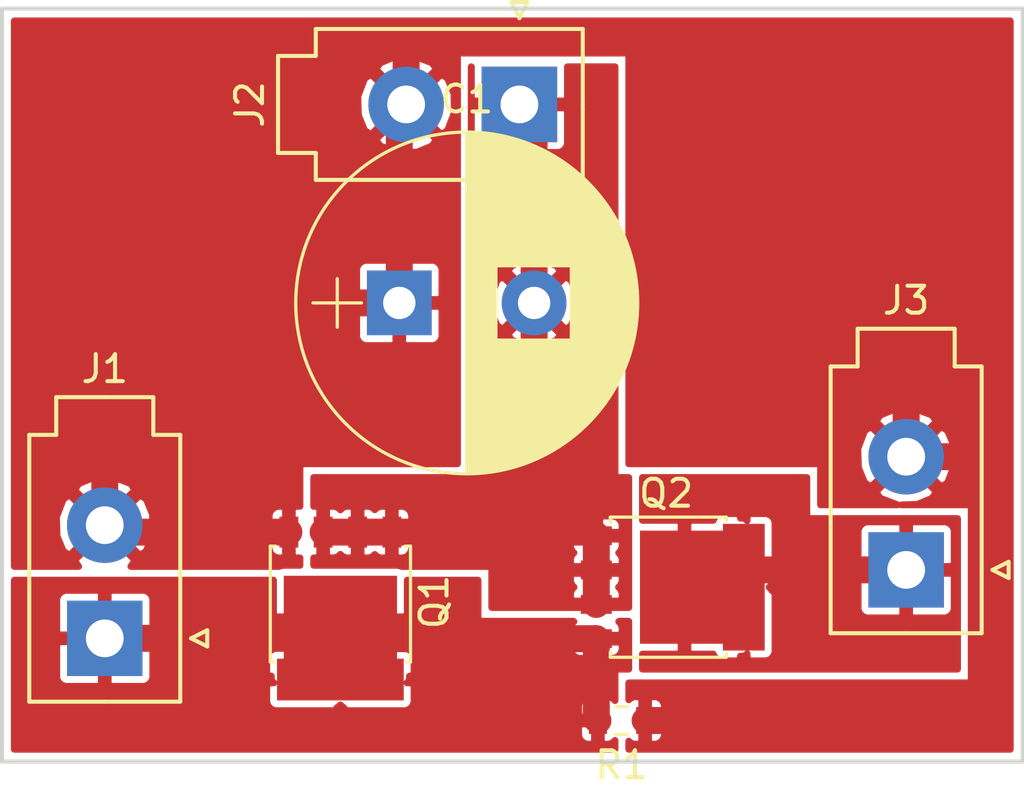
<source format=kicad_pcb>
(kicad_pcb (version 4) (host pcbnew 4.0.7-e2-6376~58~ubuntu16.04.1)

  (general
    (links 44)
    (no_connects 9)
    (area 119.304999 40.120999 157.301001 69.781)
    (thickness 1.6)
    (drawings 6)
    (tracks 38)
    (zones 0)
    (modules 7)
    (nets 5)
  )

  (page A4)
  (layers
    (0 F.Cu signal)
    (31 B.Cu signal)
    (32 B.Adhes user)
    (33 F.Adhes user)
    (34 B.Paste user)
    (35 F.Paste user)
    (36 B.SilkS user)
    (37 F.SilkS user)
    (38 B.Mask user)
    (39 F.Mask user)
    (40 Dwgs.User user)
    (41 Cmts.User user)
    (42 Eco1.User user)
    (43 Eco2.User user)
    (44 Edge.Cuts user)
    (45 Margin user)
    (46 B.CrtYd user)
    (47 F.CrtYd user)
    (48 B.Fab user)
    (49 F.Fab user)
  )

  (setup
    (last_trace_width 1)
    (trace_clearance 0.2)
    (zone_clearance 0.254)
    (zone_45_only no)
    (trace_min 0.2)
    (segment_width 0.2)
    (edge_width 0.15)
    (via_size 0.6)
    (via_drill 0.4)
    (via_min_size 0.4)
    (via_min_drill 0.3)
    (uvia_size 0.3)
    (uvia_drill 0.1)
    (uvias_allowed no)
    (uvia_min_size 0.2)
    (uvia_min_drill 0.1)
    (pcb_text_width 0.3)
    (pcb_text_size 1.5 1.5)
    (mod_edge_width 0.15)
    (mod_text_size 1 1)
    (mod_text_width 0.15)
    (pad_size 1.524 1.524)
    (pad_drill 0.762)
    (pad_to_mask_clearance 0.2)
    (aux_axis_origin 0 0)
    (visible_elements FFFFEF7F)
    (pcbplotparams
      (layerselection 0x01000_00000001)
      (usegerberextensions false)
      (excludeedgelayer true)
      (linewidth 0.100000)
      (plotframeref false)
      (viasonmask false)
      (mode 1)
      (useauxorigin false)
      (hpglpennumber 1)
      (hpglpenspeed 20)
      (hpglpendiameter 15)
      (hpglpenoverlay 2)
      (psnegative false)
      (psa4output false)
      (plotreference true)
      (plotvalue true)
      (plotinvisibletext false)
      (padsonsilk false)
      (subtractmaskfromsilk false)
      (outputformat 1)
      (mirror false)
      (drillshape 0)
      (scaleselection 1)
      (outputdirectory Gerber/))
  )

  (net 0 "")
  (net 1 /Power)
  (net 2 /GND)
  (net 3 /Ext_GND)
  (net 4 /Batt_GND)

  (net_class Default "This is the default net class."
    (clearance 0.2)
    (trace_width 1)
    (via_dia 0.6)
    (via_drill 0.4)
    (uvia_dia 0.3)
    (uvia_drill 0.1)
    (add_net /Batt_GND)
    (add_net /Ext_GND)
    (add_net /GND)
    (add_net /Power)
  )

  (module Capacitors_THT:CP_Radial_D12.5mm_P5.00mm (layer F.Cu) (tedit 597BC7C2) (tstamp 5A612305)
    (at 134.112 51.562)
    (descr "CP, Radial series, Radial, pin pitch=5.00mm, , diameter=12.5mm, Electrolytic Capacitor")
    (tags "CP Radial series Radial pin pitch 5.00mm  diameter 12.5mm Electrolytic Capacitor")
    (path /5A6126F1)
    (fp_text reference C1 (at 2.5 -7.56) (layer F.SilkS)
      (effects (font (size 1 1) (thickness 0.15)))
    )
    (fp_text value CP1_Small (at 2.5 7.56) (layer F.Fab)
      (effects (font (size 1 1) (thickness 0.15)))
    )
    (fp_circle (center 2.5 0) (end 8.75 0) (layer F.Fab) (width 0.1))
    (fp_circle (center 2.5 0) (end 8.84 0) (layer F.SilkS) (width 0.12))
    (fp_line (start -3.2 0) (end -1.4 0) (layer F.Fab) (width 0.1))
    (fp_line (start -2.3 -0.9) (end -2.3 0.9) (layer F.Fab) (width 0.1))
    (fp_line (start 2.5 -6.3) (end 2.5 6.3) (layer F.SilkS) (width 0.12))
    (fp_line (start 2.54 -6.3) (end 2.54 6.3) (layer F.SilkS) (width 0.12))
    (fp_line (start 2.58 -6.3) (end 2.58 6.3) (layer F.SilkS) (width 0.12))
    (fp_line (start 2.62 -6.299) (end 2.62 6.299) (layer F.SilkS) (width 0.12))
    (fp_line (start 2.66 -6.298) (end 2.66 6.298) (layer F.SilkS) (width 0.12))
    (fp_line (start 2.7 -6.297) (end 2.7 6.297) (layer F.SilkS) (width 0.12))
    (fp_line (start 2.74 -6.296) (end 2.74 6.296) (layer F.SilkS) (width 0.12))
    (fp_line (start 2.78 -6.294) (end 2.78 6.294) (layer F.SilkS) (width 0.12))
    (fp_line (start 2.82 -6.292) (end 2.82 6.292) (layer F.SilkS) (width 0.12))
    (fp_line (start 2.86 -6.29) (end 2.86 6.29) (layer F.SilkS) (width 0.12))
    (fp_line (start 2.9 -6.288) (end 2.9 6.288) (layer F.SilkS) (width 0.12))
    (fp_line (start 2.94 -6.285) (end 2.94 6.285) (layer F.SilkS) (width 0.12))
    (fp_line (start 2.98 -6.282) (end 2.98 6.282) (layer F.SilkS) (width 0.12))
    (fp_line (start 3.02 -6.279) (end 3.02 6.279) (layer F.SilkS) (width 0.12))
    (fp_line (start 3.06 -6.276) (end 3.06 6.276) (layer F.SilkS) (width 0.12))
    (fp_line (start 3.1 -6.272) (end 3.1 6.272) (layer F.SilkS) (width 0.12))
    (fp_line (start 3.14 -6.268) (end 3.14 6.268) (layer F.SilkS) (width 0.12))
    (fp_line (start 3.18 -6.264) (end 3.18 6.264) (layer F.SilkS) (width 0.12))
    (fp_line (start 3.221 -6.259) (end 3.221 6.259) (layer F.SilkS) (width 0.12))
    (fp_line (start 3.261 -6.255) (end 3.261 6.255) (layer F.SilkS) (width 0.12))
    (fp_line (start 3.301 -6.25) (end 3.301 6.25) (layer F.SilkS) (width 0.12))
    (fp_line (start 3.341 -6.245) (end 3.341 6.245) (layer F.SilkS) (width 0.12))
    (fp_line (start 3.381 -6.239) (end 3.381 6.239) (layer F.SilkS) (width 0.12))
    (fp_line (start 3.421 -6.233) (end 3.421 6.233) (layer F.SilkS) (width 0.12))
    (fp_line (start 3.461 -6.227) (end 3.461 6.227) (layer F.SilkS) (width 0.12))
    (fp_line (start 3.501 -6.221) (end 3.501 6.221) (layer F.SilkS) (width 0.12))
    (fp_line (start 3.541 -6.215) (end 3.541 6.215) (layer F.SilkS) (width 0.12))
    (fp_line (start 3.581 -6.208) (end 3.581 6.208) (layer F.SilkS) (width 0.12))
    (fp_line (start 3.621 -6.201) (end 3.621 -1.38) (layer F.SilkS) (width 0.12))
    (fp_line (start 3.621 1.38) (end 3.621 6.201) (layer F.SilkS) (width 0.12))
    (fp_line (start 3.661 -6.193) (end 3.661 -1.38) (layer F.SilkS) (width 0.12))
    (fp_line (start 3.661 1.38) (end 3.661 6.193) (layer F.SilkS) (width 0.12))
    (fp_line (start 3.701 -6.186) (end 3.701 -1.38) (layer F.SilkS) (width 0.12))
    (fp_line (start 3.701 1.38) (end 3.701 6.186) (layer F.SilkS) (width 0.12))
    (fp_line (start 3.741 -6.178) (end 3.741 -1.38) (layer F.SilkS) (width 0.12))
    (fp_line (start 3.741 1.38) (end 3.741 6.178) (layer F.SilkS) (width 0.12))
    (fp_line (start 3.781 -6.17) (end 3.781 -1.38) (layer F.SilkS) (width 0.12))
    (fp_line (start 3.781 1.38) (end 3.781 6.17) (layer F.SilkS) (width 0.12))
    (fp_line (start 3.821 -6.162) (end 3.821 -1.38) (layer F.SilkS) (width 0.12))
    (fp_line (start 3.821 1.38) (end 3.821 6.162) (layer F.SilkS) (width 0.12))
    (fp_line (start 3.861 -6.153) (end 3.861 -1.38) (layer F.SilkS) (width 0.12))
    (fp_line (start 3.861 1.38) (end 3.861 6.153) (layer F.SilkS) (width 0.12))
    (fp_line (start 3.901 -6.144) (end 3.901 -1.38) (layer F.SilkS) (width 0.12))
    (fp_line (start 3.901 1.38) (end 3.901 6.144) (layer F.SilkS) (width 0.12))
    (fp_line (start 3.941 -6.135) (end 3.941 -1.38) (layer F.SilkS) (width 0.12))
    (fp_line (start 3.941 1.38) (end 3.941 6.135) (layer F.SilkS) (width 0.12))
    (fp_line (start 3.981 -6.125) (end 3.981 -1.38) (layer F.SilkS) (width 0.12))
    (fp_line (start 3.981 1.38) (end 3.981 6.125) (layer F.SilkS) (width 0.12))
    (fp_line (start 4.021 -6.116) (end 4.021 -1.38) (layer F.SilkS) (width 0.12))
    (fp_line (start 4.021 1.38) (end 4.021 6.116) (layer F.SilkS) (width 0.12))
    (fp_line (start 4.061 -6.106) (end 4.061 -1.38) (layer F.SilkS) (width 0.12))
    (fp_line (start 4.061 1.38) (end 4.061 6.106) (layer F.SilkS) (width 0.12))
    (fp_line (start 4.101 -6.095) (end 4.101 -1.38) (layer F.SilkS) (width 0.12))
    (fp_line (start 4.101 1.38) (end 4.101 6.095) (layer F.SilkS) (width 0.12))
    (fp_line (start 4.141 -6.085) (end 4.141 -1.38) (layer F.SilkS) (width 0.12))
    (fp_line (start 4.141 1.38) (end 4.141 6.085) (layer F.SilkS) (width 0.12))
    (fp_line (start 4.181 -6.074) (end 4.181 -1.38) (layer F.SilkS) (width 0.12))
    (fp_line (start 4.181 1.38) (end 4.181 6.074) (layer F.SilkS) (width 0.12))
    (fp_line (start 4.221 -6.063) (end 4.221 -1.38) (layer F.SilkS) (width 0.12))
    (fp_line (start 4.221 1.38) (end 4.221 6.063) (layer F.SilkS) (width 0.12))
    (fp_line (start 4.261 -6.051) (end 4.261 -1.38) (layer F.SilkS) (width 0.12))
    (fp_line (start 4.261 1.38) (end 4.261 6.051) (layer F.SilkS) (width 0.12))
    (fp_line (start 4.301 -6.04) (end 4.301 -1.38) (layer F.SilkS) (width 0.12))
    (fp_line (start 4.301 1.38) (end 4.301 6.04) (layer F.SilkS) (width 0.12))
    (fp_line (start 4.341 -6.028) (end 4.341 -1.38) (layer F.SilkS) (width 0.12))
    (fp_line (start 4.341 1.38) (end 4.341 6.028) (layer F.SilkS) (width 0.12))
    (fp_line (start 4.381 -6.015) (end 4.381 -1.38) (layer F.SilkS) (width 0.12))
    (fp_line (start 4.381 1.38) (end 4.381 6.015) (layer F.SilkS) (width 0.12))
    (fp_line (start 4.421 -6.003) (end 4.421 -1.38) (layer F.SilkS) (width 0.12))
    (fp_line (start 4.421 1.38) (end 4.421 6.003) (layer F.SilkS) (width 0.12))
    (fp_line (start 4.461 -5.99) (end 4.461 -1.38) (layer F.SilkS) (width 0.12))
    (fp_line (start 4.461 1.38) (end 4.461 5.99) (layer F.SilkS) (width 0.12))
    (fp_line (start 4.501 -5.977) (end 4.501 -1.38) (layer F.SilkS) (width 0.12))
    (fp_line (start 4.501 1.38) (end 4.501 5.977) (layer F.SilkS) (width 0.12))
    (fp_line (start 4.541 -5.963) (end 4.541 -1.38) (layer F.SilkS) (width 0.12))
    (fp_line (start 4.541 1.38) (end 4.541 5.963) (layer F.SilkS) (width 0.12))
    (fp_line (start 4.581 -5.95) (end 4.581 -1.38) (layer F.SilkS) (width 0.12))
    (fp_line (start 4.581 1.38) (end 4.581 5.95) (layer F.SilkS) (width 0.12))
    (fp_line (start 4.621 -5.936) (end 4.621 -1.38) (layer F.SilkS) (width 0.12))
    (fp_line (start 4.621 1.38) (end 4.621 5.936) (layer F.SilkS) (width 0.12))
    (fp_line (start 4.661 -5.921) (end 4.661 -1.38) (layer F.SilkS) (width 0.12))
    (fp_line (start 4.661 1.38) (end 4.661 5.921) (layer F.SilkS) (width 0.12))
    (fp_line (start 4.701 -5.907) (end 4.701 -1.38) (layer F.SilkS) (width 0.12))
    (fp_line (start 4.701 1.38) (end 4.701 5.907) (layer F.SilkS) (width 0.12))
    (fp_line (start 4.741 -5.892) (end 4.741 -1.38) (layer F.SilkS) (width 0.12))
    (fp_line (start 4.741 1.38) (end 4.741 5.892) (layer F.SilkS) (width 0.12))
    (fp_line (start 4.781 -5.876) (end 4.781 -1.38) (layer F.SilkS) (width 0.12))
    (fp_line (start 4.781 1.38) (end 4.781 5.876) (layer F.SilkS) (width 0.12))
    (fp_line (start 4.821 -5.861) (end 4.821 -1.38) (layer F.SilkS) (width 0.12))
    (fp_line (start 4.821 1.38) (end 4.821 5.861) (layer F.SilkS) (width 0.12))
    (fp_line (start 4.861 -5.845) (end 4.861 -1.38) (layer F.SilkS) (width 0.12))
    (fp_line (start 4.861 1.38) (end 4.861 5.845) (layer F.SilkS) (width 0.12))
    (fp_line (start 4.901 -5.829) (end 4.901 -1.38) (layer F.SilkS) (width 0.12))
    (fp_line (start 4.901 1.38) (end 4.901 5.829) (layer F.SilkS) (width 0.12))
    (fp_line (start 4.941 -5.812) (end 4.941 -1.38) (layer F.SilkS) (width 0.12))
    (fp_line (start 4.941 1.38) (end 4.941 5.812) (layer F.SilkS) (width 0.12))
    (fp_line (start 4.981 -5.795) (end 4.981 -1.38) (layer F.SilkS) (width 0.12))
    (fp_line (start 4.981 1.38) (end 4.981 5.795) (layer F.SilkS) (width 0.12))
    (fp_line (start 5.021 -5.778) (end 5.021 -1.38) (layer F.SilkS) (width 0.12))
    (fp_line (start 5.021 1.38) (end 5.021 5.778) (layer F.SilkS) (width 0.12))
    (fp_line (start 5.061 -5.761) (end 5.061 -1.38) (layer F.SilkS) (width 0.12))
    (fp_line (start 5.061 1.38) (end 5.061 5.761) (layer F.SilkS) (width 0.12))
    (fp_line (start 5.101 -5.743) (end 5.101 -1.38) (layer F.SilkS) (width 0.12))
    (fp_line (start 5.101 1.38) (end 5.101 5.743) (layer F.SilkS) (width 0.12))
    (fp_line (start 5.141 -5.725) (end 5.141 -1.38) (layer F.SilkS) (width 0.12))
    (fp_line (start 5.141 1.38) (end 5.141 5.725) (layer F.SilkS) (width 0.12))
    (fp_line (start 5.181 -5.706) (end 5.181 -1.38) (layer F.SilkS) (width 0.12))
    (fp_line (start 5.181 1.38) (end 5.181 5.706) (layer F.SilkS) (width 0.12))
    (fp_line (start 5.221 -5.687) (end 5.221 -1.38) (layer F.SilkS) (width 0.12))
    (fp_line (start 5.221 1.38) (end 5.221 5.687) (layer F.SilkS) (width 0.12))
    (fp_line (start 5.261 -5.668) (end 5.261 -1.38) (layer F.SilkS) (width 0.12))
    (fp_line (start 5.261 1.38) (end 5.261 5.668) (layer F.SilkS) (width 0.12))
    (fp_line (start 5.301 -5.649) (end 5.301 -1.38) (layer F.SilkS) (width 0.12))
    (fp_line (start 5.301 1.38) (end 5.301 5.649) (layer F.SilkS) (width 0.12))
    (fp_line (start 5.341 -5.629) (end 5.341 -1.38) (layer F.SilkS) (width 0.12))
    (fp_line (start 5.341 1.38) (end 5.341 5.629) (layer F.SilkS) (width 0.12))
    (fp_line (start 5.381 -5.609) (end 5.381 -1.38) (layer F.SilkS) (width 0.12))
    (fp_line (start 5.381 1.38) (end 5.381 5.609) (layer F.SilkS) (width 0.12))
    (fp_line (start 5.421 -5.588) (end 5.421 -1.38) (layer F.SilkS) (width 0.12))
    (fp_line (start 5.421 1.38) (end 5.421 5.588) (layer F.SilkS) (width 0.12))
    (fp_line (start 5.461 -5.567) (end 5.461 -1.38) (layer F.SilkS) (width 0.12))
    (fp_line (start 5.461 1.38) (end 5.461 5.567) (layer F.SilkS) (width 0.12))
    (fp_line (start 5.501 -5.546) (end 5.501 -1.38) (layer F.SilkS) (width 0.12))
    (fp_line (start 5.501 1.38) (end 5.501 5.546) (layer F.SilkS) (width 0.12))
    (fp_line (start 5.541 -5.524) (end 5.541 -1.38) (layer F.SilkS) (width 0.12))
    (fp_line (start 5.541 1.38) (end 5.541 5.524) (layer F.SilkS) (width 0.12))
    (fp_line (start 5.581 -5.502) (end 5.581 -1.38) (layer F.SilkS) (width 0.12))
    (fp_line (start 5.581 1.38) (end 5.581 5.502) (layer F.SilkS) (width 0.12))
    (fp_line (start 5.621 -5.48) (end 5.621 -1.38) (layer F.SilkS) (width 0.12))
    (fp_line (start 5.621 1.38) (end 5.621 5.48) (layer F.SilkS) (width 0.12))
    (fp_line (start 5.661 -5.457) (end 5.661 -1.38) (layer F.SilkS) (width 0.12))
    (fp_line (start 5.661 1.38) (end 5.661 5.457) (layer F.SilkS) (width 0.12))
    (fp_line (start 5.701 -5.434) (end 5.701 -1.38) (layer F.SilkS) (width 0.12))
    (fp_line (start 5.701 1.38) (end 5.701 5.434) (layer F.SilkS) (width 0.12))
    (fp_line (start 5.741 -5.41) (end 5.741 -1.38) (layer F.SilkS) (width 0.12))
    (fp_line (start 5.741 1.38) (end 5.741 5.41) (layer F.SilkS) (width 0.12))
    (fp_line (start 5.781 -5.386) (end 5.781 -1.38) (layer F.SilkS) (width 0.12))
    (fp_line (start 5.781 1.38) (end 5.781 5.386) (layer F.SilkS) (width 0.12))
    (fp_line (start 5.821 -5.362) (end 5.821 -1.38) (layer F.SilkS) (width 0.12))
    (fp_line (start 5.821 1.38) (end 5.821 5.362) (layer F.SilkS) (width 0.12))
    (fp_line (start 5.861 -5.337) (end 5.861 -1.38) (layer F.SilkS) (width 0.12))
    (fp_line (start 5.861 1.38) (end 5.861 5.337) (layer F.SilkS) (width 0.12))
    (fp_line (start 5.901 -5.312) (end 5.901 -1.38) (layer F.SilkS) (width 0.12))
    (fp_line (start 5.901 1.38) (end 5.901 5.312) (layer F.SilkS) (width 0.12))
    (fp_line (start 5.941 -5.286) (end 5.941 -1.38) (layer F.SilkS) (width 0.12))
    (fp_line (start 5.941 1.38) (end 5.941 5.286) (layer F.SilkS) (width 0.12))
    (fp_line (start 5.981 -5.26) (end 5.981 -1.38) (layer F.SilkS) (width 0.12))
    (fp_line (start 5.981 1.38) (end 5.981 5.26) (layer F.SilkS) (width 0.12))
    (fp_line (start 6.021 -5.234) (end 6.021 -1.38) (layer F.SilkS) (width 0.12))
    (fp_line (start 6.021 1.38) (end 6.021 5.234) (layer F.SilkS) (width 0.12))
    (fp_line (start 6.061 -5.207) (end 6.061 -1.38) (layer F.SilkS) (width 0.12))
    (fp_line (start 6.061 1.38) (end 6.061 5.207) (layer F.SilkS) (width 0.12))
    (fp_line (start 6.101 -5.179) (end 6.101 -1.38) (layer F.SilkS) (width 0.12))
    (fp_line (start 6.101 1.38) (end 6.101 5.179) (layer F.SilkS) (width 0.12))
    (fp_line (start 6.141 -5.151) (end 6.141 -1.38) (layer F.SilkS) (width 0.12))
    (fp_line (start 6.141 1.38) (end 6.141 5.151) (layer F.SilkS) (width 0.12))
    (fp_line (start 6.181 -5.123) (end 6.181 -1.38) (layer F.SilkS) (width 0.12))
    (fp_line (start 6.181 1.38) (end 6.181 5.123) (layer F.SilkS) (width 0.12))
    (fp_line (start 6.221 -5.094) (end 6.221 -1.38) (layer F.SilkS) (width 0.12))
    (fp_line (start 6.221 1.38) (end 6.221 5.094) (layer F.SilkS) (width 0.12))
    (fp_line (start 6.261 -5.065) (end 6.261 -1.38) (layer F.SilkS) (width 0.12))
    (fp_line (start 6.261 1.38) (end 6.261 5.065) (layer F.SilkS) (width 0.12))
    (fp_line (start 6.301 -5.035) (end 6.301 -1.38) (layer F.SilkS) (width 0.12))
    (fp_line (start 6.301 1.38) (end 6.301 5.035) (layer F.SilkS) (width 0.12))
    (fp_line (start 6.341 -5.005) (end 6.341 -1.38) (layer F.SilkS) (width 0.12))
    (fp_line (start 6.341 1.38) (end 6.341 5.005) (layer F.SilkS) (width 0.12))
    (fp_line (start 6.381 -4.975) (end 6.381 4.975) (layer F.SilkS) (width 0.12))
    (fp_line (start 6.421 -4.943) (end 6.421 4.943) (layer F.SilkS) (width 0.12))
    (fp_line (start 6.461 -4.912) (end 6.461 4.912) (layer F.SilkS) (width 0.12))
    (fp_line (start 6.501 -4.879) (end 6.501 4.879) (layer F.SilkS) (width 0.12))
    (fp_line (start 6.541 -4.847) (end 6.541 4.847) (layer F.SilkS) (width 0.12))
    (fp_line (start 6.581 -4.813) (end 6.581 4.813) (layer F.SilkS) (width 0.12))
    (fp_line (start 6.621 -4.779) (end 6.621 4.779) (layer F.SilkS) (width 0.12))
    (fp_line (start 6.661 -4.745) (end 6.661 4.745) (layer F.SilkS) (width 0.12))
    (fp_line (start 6.701 -4.71) (end 6.701 4.71) (layer F.SilkS) (width 0.12))
    (fp_line (start 6.741 -4.674) (end 6.741 4.674) (layer F.SilkS) (width 0.12))
    (fp_line (start 6.781 -4.638) (end 6.781 4.638) (layer F.SilkS) (width 0.12))
    (fp_line (start 6.821 -4.601) (end 6.821 4.601) (layer F.SilkS) (width 0.12))
    (fp_line (start 6.861 -4.563) (end 6.861 4.563) (layer F.SilkS) (width 0.12))
    (fp_line (start 6.901 -4.525) (end 6.901 4.525) (layer F.SilkS) (width 0.12))
    (fp_line (start 6.941 -4.486) (end 6.941 4.486) (layer F.SilkS) (width 0.12))
    (fp_line (start 6.981 -4.447) (end 6.981 4.447) (layer F.SilkS) (width 0.12))
    (fp_line (start 7.021 -4.406) (end 7.021 4.406) (layer F.SilkS) (width 0.12))
    (fp_line (start 7.061 -4.365) (end 7.061 4.365) (layer F.SilkS) (width 0.12))
    (fp_line (start 7.101 -4.323) (end 7.101 4.323) (layer F.SilkS) (width 0.12))
    (fp_line (start 7.141 -4.281) (end 7.141 4.281) (layer F.SilkS) (width 0.12))
    (fp_line (start 7.181 -4.238) (end 7.181 4.238) (layer F.SilkS) (width 0.12))
    (fp_line (start 7.221 -4.193) (end 7.221 4.193) (layer F.SilkS) (width 0.12))
    (fp_line (start 7.261 -4.148) (end 7.261 4.148) (layer F.SilkS) (width 0.12))
    (fp_line (start 7.301 -4.102) (end 7.301 4.102) (layer F.SilkS) (width 0.12))
    (fp_line (start 7.341 -4.056) (end 7.341 4.056) (layer F.SilkS) (width 0.12))
    (fp_line (start 7.381 -4.008) (end 7.381 4.008) (layer F.SilkS) (width 0.12))
    (fp_line (start 7.421 -3.959) (end 7.421 3.959) (layer F.SilkS) (width 0.12))
    (fp_line (start 7.461 -3.909) (end 7.461 3.909) (layer F.SilkS) (width 0.12))
    (fp_line (start 7.501 -3.859) (end 7.501 3.859) (layer F.SilkS) (width 0.12))
    (fp_line (start 7.541 -3.807) (end 7.541 3.807) (layer F.SilkS) (width 0.12))
    (fp_line (start 7.581 -3.754) (end 7.581 3.754) (layer F.SilkS) (width 0.12))
    (fp_line (start 7.621 -3.7) (end 7.621 3.7) (layer F.SilkS) (width 0.12))
    (fp_line (start 7.661 -3.644) (end 7.661 3.644) (layer F.SilkS) (width 0.12))
    (fp_line (start 7.701 -3.588) (end 7.701 3.588) (layer F.SilkS) (width 0.12))
    (fp_line (start 7.741 -3.53) (end 7.741 3.53) (layer F.SilkS) (width 0.12))
    (fp_line (start 7.781 -3.47) (end 7.781 3.47) (layer F.SilkS) (width 0.12))
    (fp_line (start 7.821 -3.409) (end 7.821 3.409) (layer F.SilkS) (width 0.12))
    (fp_line (start 7.861 -3.347) (end 7.861 3.347) (layer F.SilkS) (width 0.12))
    (fp_line (start 7.901 -3.282) (end 7.901 3.282) (layer F.SilkS) (width 0.12))
    (fp_line (start 7.941 -3.217) (end 7.941 3.217) (layer F.SilkS) (width 0.12))
    (fp_line (start 7.981 -3.149) (end 7.981 3.149) (layer F.SilkS) (width 0.12))
    (fp_line (start 8.021 -3.079) (end 8.021 3.079) (layer F.SilkS) (width 0.12))
    (fp_line (start 8.061 -3.007) (end 8.061 3.007) (layer F.SilkS) (width 0.12))
    (fp_line (start 8.101 -2.933) (end 8.101 2.933) (layer F.SilkS) (width 0.12))
    (fp_line (start 8.141 -2.856) (end 8.141 2.856) (layer F.SilkS) (width 0.12))
    (fp_line (start 8.181 -2.777) (end 8.181 2.777) (layer F.SilkS) (width 0.12))
    (fp_line (start 8.221 -2.695) (end 8.221 2.695) (layer F.SilkS) (width 0.12))
    (fp_line (start 8.261 -2.61) (end 8.261 2.61) (layer F.SilkS) (width 0.12))
    (fp_line (start 8.301 -2.521) (end 8.301 2.521) (layer F.SilkS) (width 0.12))
    (fp_line (start 8.341 -2.428) (end 8.341 2.428) (layer F.SilkS) (width 0.12))
    (fp_line (start 8.381 -2.331) (end 8.381 2.331) (layer F.SilkS) (width 0.12))
    (fp_line (start 8.421 -2.23) (end 8.421 2.23) (layer F.SilkS) (width 0.12))
    (fp_line (start 8.461 -2.122) (end 8.461 2.122) (layer F.SilkS) (width 0.12))
    (fp_line (start 8.501 -2.009) (end 8.501 2.009) (layer F.SilkS) (width 0.12))
    (fp_line (start 8.541 -1.888) (end 8.541 1.888) (layer F.SilkS) (width 0.12))
    (fp_line (start 8.581 -1.757) (end 8.581 1.757) (layer F.SilkS) (width 0.12))
    (fp_line (start 8.621 -1.616) (end 8.621 1.616) (layer F.SilkS) (width 0.12))
    (fp_line (start 8.661 -1.46) (end 8.661 1.46) (layer F.SilkS) (width 0.12))
    (fp_line (start 8.701 -1.285) (end 8.701 1.285) (layer F.SilkS) (width 0.12))
    (fp_line (start 8.741 -1.082) (end 8.741 1.082) (layer F.SilkS) (width 0.12))
    (fp_line (start 8.781 -0.831) (end 8.781 0.831) (layer F.SilkS) (width 0.12))
    (fp_line (start 8.821 -0.464) (end 8.821 0.464) (layer F.SilkS) (width 0.12))
    (fp_line (start -3.2 0) (end -1.4 0) (layer F.SilkS) (width 0.12))
    (fp_line (start -2.3 -0.9) (end -2.3 0.9) (layer F.SilkS) (width 0.12))
    (fp_line (start -4.1 -6.6) (end -4.1 6.6) (layer F.CrtYd) (width 0.05))
    (fp_line (start -4.1 6.6) (end 9.1 6.6) (layer F.CrtYd) (width 0.05))
    (fp_line (start 9.1 6.6) (end 9.1 -6.6) (layer F.CrtYd) (width 0.05))
    (fp_line (start 9.1 -6.6) (end -4.1 -6.6) (layer F.CrtYd) (width 0.05))
    (fp_text user %R (at 2.5 0) (layer F.Fab)
      (effects (font (size 1 1) (thickness 0.15)))
    )
    (pad 1 thru_hole rect (at 0 0) (size 2.4 2.4) (drill 1.2) (layers *.Cu *.Mask)
      (net 1 /Power))
    (pad 2 thru_hole circle (at 5 0) (size 2.4 2.4) (drill 1.2) (layers *.Cu *.Mask)
      (net 2 /GND))
    (model ${KISYS3DMOD}/Capacitors_THT.3dshapes/CP_Radial_D12.5mm_P5.00mm.wrl
      (at (xyz 0 0 0))
      (scale (xyz 1 1 1))
      (rotate (xyz 0 0 0))
    )
  )

  (module correct_molex:Molex_MiniFit-JR-5556-02A_2x01x4.20mm_Straight (layer F.Cu) (tedit 589BA64B) (tstamp 5A61230B)
    (at 123.19 64.008 180)
    (descr "Molex Mini-Fit JR, PN:5556-02A, dual row, top entry type, through hole")
    (tags "connector molex mini-fit 5556")
    (path /5A6121AE)
    (fp_text reference J1 (at 0 10 180) (layer F.SilkS)
      (effects (font (size 1 1) (thickness 0.15)))
    )
    (fp_text value Ext_in (at 0 -4 180) (layer F.Fab)
      (effects (font (size 1 1) (thickness 0.15)))
    )
    (fp_line (start -2.7 -2.25) (end -2.7 7.45) (layer F.Fab) (width 0.05))
    (fp_line (start -2.7 7.45) (end 2.7 7.45) (layer F.Fab) (width 0.05))
    (fp_line (start 2.7 7.45) (end 2.7 -2.25) (layer F.Fab) (width 0.05))
    (fp_line (start 2.7 -2.25) (end -2.7 -2.25) (layer F.Fab) (width 0.05))
    (fp_line (start -1.7 7.45) (end -1.7 8.85) (layer F.Fab) (width 0.05))
    (fp_line (start -1.7 8.85) (end 1.7 8.85) (layer F.Fab) (width 0.05))
    (fp_line (start 1.7 8.85) (end 1.7 7.45) (layer F.Fab) (width 0.05))
    (fp_line (start -1.75 -1.75) (end -1.75 1.75) (layer F.Fab) (width 0.05))
    (fp_line (start -1.75 1.75) (end 1.75 1.75) (layer F.Fab) (width 0.05))
    (fp_line (start 1.75 1.75) (end 1.75 -1.75) (layer F.Fab) (width 0.05))
    (fp_line (start 1.75 -1.75) (end -1.75 -1.75) (layer F.Fab) (width 0.05))
    (fp_line (start -1.75 5.95) (end -1.75 3.325) (layer F.Fab) (width 0.05))
    (fp_line (start -1.75 3.325) (end -0.875 2.45) (layer F.Fab) (width 0.05))
    (fp_line (start -0.875 2.45) (end 0.875 2.45) (layer F.Fab) (width 0.05))
    (fp_line (start 0.875 2.45) (end 1.75 3.325) (layer F.Fab) (width 0.05))
    (fp_line (start 1.75 3.325) (end 1.75 5.95) (layer F.Fab) (width 0.05))
    (fp_line (start 1.75 5.95) (end -1.75 5.95) (layer F.Fab) (width 0.05))
    (fp_line (start 0 -2.35) (end -2.8 -2.35) (layer F.SilkS) (width 0.15))
    (fp_line (start -2.8 -2.35) (end -2.8 7.55) (layer F.SilkS) (width 0.15))
    (fp_line (start -2.8 7.55) (end -1.8 7.55) (layer F.SilkS) (width 0.15))
    (fp_line (start -1.8 7.55) (end -1.8 8.95) (layer F.SilkS) (width 0.15))
    (fp_line (start -1.8 8.95) (end 0 8.95) (layer F.SilkS) (width 0.15))
    (fp_line (start 0 -2.35) (end 2.8 -2.35) (layer F.SilkS) (width 0.15))
    (fp_line (start 2.8 -2.35) (end 2.8 7.55) (layer F.SilkS) (width 0.15))
    (fp_line (start 2.8 7.55) (end 1.8 7.55) (layer F.SilkS) (width 0.15))
    (fp_line (start 1.8 7.55) (end 1.8 8.95) (layer F.SilkS) (width 0.15))
    (fp_line (start 1.8 8.95) (end 0 8.95) (layer F.SilkS) (width 0.15))
    (fp_line (start -3.2 0) (end -3.8 0.3) (layer F.SilkS) (width 0.15))
    (fp_line (start -3.8 0.3) (end -3.8 -0.3) (layer F.SilkS) (width 0.15))
    (fp_line (start -3.8 -0.3) (end -3.2 0) (layer F.SilkS) (width 0.15))
    (fp_line (start -3.2 -2.75) (end -3.2 9.3) (layer F.CrtYd) (width 0.05))
    (fp_line (start -3.2 9.3) (end 3.2 9.3) (layer F.CrtYd) (width 0.05))
    (fp_line (start 3.2 9.3) (end 3.2 -2.75) (layer F.CrtYd) (width 0.05))
    (fp_line (start 3.2 -2.75) (end -3.2 -2.75) (layer F.CrtYd) (width 0.05))
    (pad 1 thru_hole rect (at 0 0 180) (size 2.8 2.8) (drill 1.4) (layers *.Cu *.Mask)
      (net 3 /Ext_GND))
    (pad 2 thru_hole circle (at 0 4.2 180) (size 2.8 2.8) (drill 1.4) (layers *.Cu *.Mask)
      (net 1 /Power))
    (model C:/Users/BB/Documents/GrabCAD/SUPERBall/SuperBall_V2/Electronics/KiCAD_models/minifit_jr_vert_2.wrl
      (at (xyz 0 0 0))
      (scale (xyz 0.4 0.4 0.4))
      (rotate (xyz 0 0 0))
    )
  )

  (module correct_molex:Molex_MiniFit-JR-5556-02A_2x01x4.20mm_Straight (layer F.Cu) (tedit 589BA64B) (tstamp 5A612311)
    (at 138.566 44.196 270)
    (descr "Molex Mini-Fit JR, PN:5556-02A, dual row, top entry type, through hole")
    (tags "connector molex mini-fit 5556")
    (path /5A6123A5)
    (fp_text reference J2 (at 0 10 270) (layer F.SilkS)
      (effects (font (size 1 1) (thickness 0.15)))
    )
    (fp_text value Out (at 0 -4 270) (layer F.Fab)
      (effects (font (size 1 1) (thickness 0.15)))
    )
    (fp_line (start -2.7 -2.25) (end -2.7 7.45) (layer F.Fab) (width 0.05))
    (fp_line (start -2.7 7.45) (end 2.7 7.45) (layer F.Fab) (width 0.05))
    (fp_line (start 2.7 7.45) (end 2.7 -2.25) (layer F.Fab) (width 0.05))
    (fp_line (start 2.7 -2.25) (end -2.7 -2.25) (layer F.Fab) (width 0.05))
    (fp_line (start -1.7 7.45) (end -1.7 8.85) (layer F.Fab) (width 0.05))
    (fp_line (start -1.7 8.85) (end 1.7 8.85) (layer F.Fab) (width 0.05))
    (fp_line (start 1.7 8.85) (end 1.7 7.45) (layer F.Fab) (width 0.05))
    (fp_line (start -1.75 -1.75) (end -1.75 1.75) (layer F.Fab) (width 0.05))
    (fp_line (start -1.75 1.75) (end 1.75 1.75) (layer F.Fab) (width 0.05))
    (fp_line (start 1.75 1.75) (end 1.75 -1.75) (layer F.Fab) (width 0.05))
    (fp_line (start 1.75 -1.75) (end -1.75 -1.75) (layer F.Fab) (width 0.05))
    (fp_line (start -1.75 5.95) (end -1.75 3.325) (layer F.Fab) (width 0.05))
    (fp_line (start -1.75 3.325) (end -0.875 2.45) (layer F.Fab) (width 0.05))
    (fp_line (start -0.875 2.45) (end 0.875 2.45) (layer F.Fab) (width 0.05))
    (fp_line (start 0.875 2.45) (end 1.75 3.325) (layer F.Fab) (width 0.05))
    (fp_line (start 1.75 3.325) (end 1.75 5.95) (layer F.Fab) (width 0.05))
    (fp_line (start 1.75 5.95) (end -1.75 5.95) (layer F.Fab) (width 0.05))
    (fp_line (start 0 -2.35) (end -2.8 -2.35) (layer F.SilkS) (width 0.15))
    (fp_line (start -2.8 -2.35) (end -2.8 7.55) (layer F.SilkS) (width 0.15))
    (fp_line (start -2.8 7.55) (end -1.8 7.55) (layer F.SilkS) (width 0.15))
    (fp_line (start -1.8 7.55) (end -1.8 8.95) (layer F.SilkS) (width 0.15))
    (fp_line (start -1.8 8.95) (end 0 8.95) (layer F.SilkS) (width 0.15))
    (fp_line (start 0 -2.35) (end 2.8 -2.35) (layer F.SilkS) (width 0.15))
    (fp_line (start 2.8 -2.35) (end 2.8 7.55) (layer F.SilkS) (width 0.15))
    (fp_line (start 2.8 7.55) (end 1.8 7.55) (layer F.SilkS) (width 0.15))
    (fp_line (start 1.8 7.55) (end 1.8 8.95) (layer F.SilkS) (width 0.15))
    (fp_line (start 1.8 8.95) (end 0 8.95) (layer F.SilkS) (width 0.15))
    (fp_line (start -3.2 0) (end -3.8 0.3) (layer F.SilkS) (width 0.15))
    (fp_line (start -3.8 0.3) (end -3.8 -0.3) (layer F.SilkS) (width 0.15))
    (fp_line (start -3.8 -0.3) (end -3.2 0) (layer F.SilkS) (width 0.15))
    (fp_line (start -3.2 -2.75) (end -3.2 9.3) (layer F.CrtYd) (width 0.05))
    (fp_line (start -3.2 9.3) (end 3.2 9.3) (layer F.CrtYd) (width 0.05))
    (fp_line (start 3.2 9.3) (end 3.2 -2.75) (layer F.CrtYd) (width 0.05))
    (fp_line (start 3.2 -2.75) (end -3.2 -2.75) (layer F.CrtYd) (width 0.05))
    (pad 1 thru_hole rect (at 0 0 270) (size 2.8 2.8) (drill 1.4) (layers *.Cu *.Mask)
      (net 2 /GND))
    (pad 2 thru_hole circle (at 0 4.2 270) (size 2.8 2.8) (drill 1.4) (layers *.Cu *.Mask)
      (net 1 /Power))
    (model C:/Users/BB/Documents/GrabCAD/SUPERBall/SuperBall_V2/Electronics/KiCAD_models/minifit_jr_vert_2.wrl
      (at (xyz 0 0 0))
      (scale (xyz 0.4 0.4 0.4))
      (rotate (xyz 0 0 0))
    )
  )

  (module correct_molex:Molex_MiniFit-JR-5556-02A_2x01x4.20mm_Straight (layer F.Cu) (tedit 589BA64B) (tstamp 5A612317)
    (at 152.908 61.468 180)
    (descr "Molex Mini-Fit JR, PN:5556-02A, dual row, top entry type, through hole")
    (tags "connector molex mini-fit 5556")
    (path /5A612220)
    (fp_text reference J3 (at 0 10 180) (layer F.SilkS)
      (effects (font (size 1 1) (thickness 0.15)))
    )
    (fp_text value Batt_in (at 0 -4 180) (layer F.Fab)
      (effects (font (size 1 1) (thickness 0.15)))
    )
    (fp_line (start -2.7 -2.25) (end -2.7 7.45) (layer F.Fab) (width 0.05))
    (fp_line (start -2.7 7.45) (end 2.7 7.45) (layer F.Fab) (width 0.05))
    (fp_line (start 2.7 7.45) (end 2.7 -2.25) (layer F.Fab) (width 0.05))
    (fp_line (start 2.7 -2.25) (end -2.7 -2.25) (layer F.Fab) (width 0.05))
    (fp_line (start -1.7 7.45) (end -1.7 8.85) (layer F.Fab) (width 0.05))
    (fp_line (start -1.7 8.85) (end 1.7 8.85) (layer F.Fab) (width 0.05))
    (fp_line (start 1.7 8.85) (end 1.7 7.45) (layer F.Fab) (width 0.05))
    (fp_line (start -1.75 -1.75) (end -1.75 1.75) (layer F.Fab) (width 0.05))
    (fp_line (start -1.75 1.75) (end 1.75 1.75) (layer F.Fab) (width 0.05))
    (fp_line (start 1.75 1.75) (end 1.75 -1.75) (layer F.Fab) (width 0.05))
    (fp_line (start 1.75 -1.75) (end -1.75 -1.75) (layer F.Fab) (width 0.05))
    (fp_line (start -1.75 5.95) (end -1.75 3.325) (layer F.Fab) (width 0.05))
    (fp_line (start -1.75 3.325) (end -0.875 2.45) (layer F.Fab) (width 0.05))
    (fp_line (start -0.875 2.45) (end 0.875 2.45) (layer F.Fab) (width 0.05))
    (fp_line (start 0.875 2.45) (end 1.75 3.325) (layer F.Fab) (width 0.05))
    (fp_line (start 1.75 3.325) (end 1.75 5.95) (layer F.Fab) (width 0.05))
    (fp_line (start 1.75 5.95) (end -1.75 5.95) (layer F.Fab) (width 0.05))
    (fp_line (start 0 -2.35) (end -2.8 -2.35) (layer F.SilkS) (width 0.15))
    (fp_line (start -2.8 -2.35) (end -2.8 7.55) (layer F.SilkS) (width 0.15))
    (fp_line (start -2.8 7.55) (end -1.8 7.55) (layer F.SilkS) (width 0.15))
    (fp_line (start -1.8 7.55) (end -1.8 8.95) (layer F.SilkS) (width 0.15))
    (fp_line (start -1.8 8.95) (end 0 8.95) (layer F.SilkS) (width 0.15))
    (fp_line (start 0 -2.35) (end 2.8 -2.35) (layer F.SilkS) (width 0.15))
    (fp_line (start 2.8 -2.35) (end 2.8 7.55) (layer F.SilkS) (width 0.15))
    (fp_line (start 2.8 7.55) (end 1.8 7.55) (layer F.SilkS) (width 0.15))
    (fp_line (start 1.8 7.55) (end 1.8 8.95) (layer F.SilkS) (width 0.15))
    (fp_line (start 1.8 8.95) (end 0 8.95) (layer F.SilkS) (width 0.15))
    (fp_line (start -3.2 0) (end -3.8 0.3) (layer F.SilkS) (width 0.15))
    (fp_line (start -3.8 0.3) (end -3.8 -0.3) (layer F.SilkS) (width 0.15))
    (fp_line (start -3.8 -0.3) (end -3.2 0) (layer F.SilkS) (width 0.15))
    (fp_line (start -3.2 -2.75) (end -3.2 9.3) (layer F.CrtYd) (width 0.05))
    (fp_line (start -3.2 9.3) (end 3.2 9.3) (layer F.CrtYd) (width 0.05))
    (fp_line (start 3.2 9.3) (end 3.2 -2.75) (layer F.CrtYd) (width 0.05))
    (fp_line (start 3.2 -2.75) (end -3.2 -2.75) (layer F.CrtYd) (width 0.05))
    (pad 1 thru_hole rect (at 0 0 180) (size 2.8 2.8) (drill 1.4) (layers *.Cu *.Mask)
      (net 4 /Batt_GND))
    (pad 2 thru_hole circle (at 0 4.2 180) (size 2.8 2.8) (drill 1.4) (layers *.Cu *.Mask)
      (net 1 /Power))
    (model C:/Users/BB/Documents/GrabCAD/SUPERBall/SuperBall_V2/Electronics/KiCAD_models/minifit_jr_vert_2.wrl
      (at (xyz 0 0 0))
      (scale (xyz 0.4 0.4 0.4))
      (rotate (xyz 0 0 0))
    )
  )

  (module Package_TO_SOT_SMD:SOT-669_LFPAK (layer F.Cu) (tedit 5A02FF57) (tstamp 5A61232E)
    (at 131.928 62.901 270)
    (descr "LFPAK www.nxp.com/documents/leaflet/939775016838_LR.pdf")
    (tags "LFPAK SOT-669 Power-SO8")
    (path /5A612010)
    (solder_mask_margin 0.07)
    (solder_paste_margin -0.05)
    (attr smd)
    (fp_text reference Q1 (at -0.245 -3.48 270) (layer F.SilkS)
      (effects (font (size 1 1) (thickness 0.15)))
    )
    (fp_text value PSMN013-80YS (at -0.245 3.52 270) (layer F.Fab)
      (effects (font (size 1 1) (thickness 0.15)))
    )
    (fp_text user %R (at 0 0 360) (layer F.Fab)
      (effects (font (size 1 1) (thickness 0.15)))
    )
    (fp_line (start -2.315 2.4) (end -2.315 2.6) (layer F.SilkS) (width 0.12))
    (fp_line (start -2.315 2.6) (end 1.985 2.6) (layer F.SilkS) (width 0.12))
    (fp_line (start 1.985 2.6) (end 1.985 2.45) (layer F.SilkS) (width 0.12))
    (fp_line (start 1.985 -2.45) (end 1.985 -2.6) (layer F.SilkS) (width 0.12))
    (fp_line (start 1.985 -2.6) (end -2.315 -2.6) (layer F.SilkS) (width 0.12))
    (fp_line (start -2.315 -2.6) (end -2.315 -2.4) (layer F.SilkS) (width 0.12))
    (fp_line (start -2.215 1.7) (end -3.215 1.7) (layer F.Fab) (width 0.1))
    (fp_line (start -3.215 1.7) (end -3.215 2.15) (layer F.Fab) (width 0.1))
    (fp_line (start -3.215 2.15) (end -2.215 2.15) (layer F.Fab) (width 0.1))
    (fp_line (start -2.215 0.4) (end -3.215 0.4) (layer F.Fab) (width 0.1))
    (fp_line (start -3.215 0.4) (end -3.215 0.85) (layer F.Fab) (width 0.1))
    (fp_line (start -3.215 0.85) (end -2.215 0.85) (layer F.Fab) (width 0.1))
    (fp_line (start -2.215 -0.85) (end -3.215 -0.85) (layer F.Fab) (width 0.1))
    (fp_line (start -3.215 -0.85) (end -3.215 -0.4) (layer F.Fab) (width 0.1))
    (fp_line (start -3.215 -0.4) (end -2.215 -0.4) (layer F.Fab) (width 0.1))
    (fp_line (start -3.215 -2.15) (end -3.215 -1.65) (layer F.Fab) (width 0.1))
    (fp_line (start -3.215 -2.15) (end -2.215 -2.15) (layer F.Fab) (width 0.1))
    (fp_line (start -3.215 -1.65) (end -2.215 -1.65) (layer F.Fab) (width 0.1))
    (fp_line (start 3.185 -2.2) (end 3.185 2.2) (layer F.Fab) (width 0.1))
    (fp_line (start 3.185 2.2) (end 1.885 2.2) (layer F.Fab) (width 0.1))
    (fp_line (start 3.185 -2.2) (end 1.885 -2.2) (layer F.Fab) (width 0.1))
    (fp_line (start 1.885 -2.5) (end -2.215 -2.5) (layer F.Fab) (width 0.1))
    (fp_line (start -2.215 -2.5) (end -2.215 2.5) (layer F.Fab) (width 0.1))
    (fp_line (start -2.215 2.5) (end 1.885 2.5) (layer F.Fab) (width 0.1))
    (fp_line (start 1.885 2.5) (end 1.885 -2.5) (layer F.Fab) (width 0.1))
    (fp_line (start 3.67 -2.75) (end 3.67 2.75) (layer F.CrtYd) (width 0.05))
    (fp_line (start 3.67 -2.75) (end -3.67 -2.75) (layer F.CrtYd) (width 0.05))
    (fp_line (start -3.67 2.75) (end 3.67 2.75) (layer F.CrtYd) (width 0.05))
    (fp_line (start -3.67 2.75) (end -3.67 -2.75) (layer F.CrtYd) (width 0.05))
    (pad 5 smd rect (at 0.185 -1.15 270) (size 0.6 0.9) (layers F.Cu F.Paste F.Mask)
      (net 3 /Ext_GND))
    (pad 5 smd rect (at -0.665 -1.15 270) (size 0.6 0.9) (layers F.Cu F.Paste F.Mask)
      (net 3 /Ext_GND))
    (pad 5 smd rect (at 1.035 -1.15 270) (size 0.6 0.9) (layers F.Cu F.Paste F.Mask)
      (net 3 /Ext_GND))
    (pad 5 smd rect (at 0.185 1.15 270) (size 0.6 0.9) (layers F.Cu F.Paste F.Mask)
      (net 3 /Ext_GND))
    (pad 5 smd rect (at -0.665 1.15 270) (size 0.6 0.9) (layers F.Cu F.Paste F.Mask)
      (net 3 /Ext_GND))
    (pad 5 smd rect (at 1.035 1.15 270) (size 0.6 0.9) (layers F.Cu F.Paste F.Mask)
      (net 3 /Ext_GND))
    (pad 5 smd rect (at 1.035 0 270) (size 0.6 0.9) (layers F.Cu F.Paste F.Mask)
      (net 3 /Ext_GND))
    (pad 5 smd rect (at -0.665 0 270) (size 0.6 0.9) (layers F.Cu F.Paste F.Mask)
      (net 3 /Ext_GND))
    (pad 5 smd rect (at 2.885 -1.88 180) (size 0.6 0.9) (layers F.Cu F.Paste F.Mask)
      (net 3 /Ext_GND))
    (pad 5 smd rect (at 2.885 1.88 180) (size 0.6 0.9) (layers F.Cu F.Paste F.Mask)
      (net 3 /Ext_GND))
    (pad 5 smd rect (at 2.885 -0.6 180) (size 0.6 0.9) (layers F.Cu F.Paste F.Mask)
      (net 3 /Ext_GND))
    (pad 2 smd rect (at -2.835 -0.64 180) (size 0.7 1.15) (layers F.Cu F.Paste F.Mask)
      (net 2 /GND) (solder_mask_margin 0.07) (solder_paste_margin -0.05))
    (pad 1 smd rect (at -2.835 -1.91 180) (size 0.7 1.15) (layers F.Cu F.Paste F.Mask)
      (net 2 /GND) (solder_mask_margin 0.07) (solder_paste_margin -0.05))
    (pad 3 smd rect (at -2.835 0.64 180) (size 0.7 1.15) (layers F.Cu F.Paste F.Mask)
      (net 2 /GND) (solder_mask_margin 0.07) (solder_paste_margin -0.05))
    (pad 5 smd rect (at 2.635 0 180) (size 4.7 1.55) (layers F.Cu F.Paste F.Mask)
      (net 3 /Ext_GND) (solder_mask_margin 0.07))
    (pad 5 smd rect (at 0.435 0 180) (size 4.2 3.3) (layers F.Cu F.Paste F.Mask)
      (net 3 /Ext_GND) (solder_mask_margin 0.07))
    (pad 4 smd rect (at -2.835 1.91 180) (size 0.7 1.15) (layers F.Cu F.Paste F.Mask)
      (net 1 /Power) (solder_mask_margin 0.07) (solder_paste_margin -0.05))
    (pad 5 smd rect (at 2.885 0.6 180) (size 0.6 0.9) (layers F.Cu F.Paste F.Mask)
      (net 3 /Ext_GND))
    (pad 5 smd rect (at 0.185 0 270) (size 0.6 0.9) (layers F.Cu F.Paste F.Mask)
      (net 3 /Ext_GND))
    (model ${KISYS3DMOD}/Package_TO_SOT_SMD.3dshapes/SOT-669_LFPAK.wrl
      (at (xyz 0 0 0))
      (scale (xyz 1 1 1))
      (rotate (xyz 0 0 0))
    )
  )

  (module Package_TO_SOT_SMD:SOT-669_LFPAK (layer F.Cu) (tedit 5A02FF57) (tstamp 5A612345)
    (at 144.253 62.11)
    (descr "LFPAK www.nxp.com/documents/leaflet/939775016838_LR.pdf")
    (tags "LFPAK SOT-669 Power-SO8")
    (path /5A612120)
    (solder_mask_margin 0.07)
    (solder_paste_margin -0.05)
    (attr smd)
    (fp_text reference Q2 (at -0.245 -3.48) (layer F.SilkS)
      (effects (font (size 1 1) (thickness 0.15)))
    )
    (fp_text value PSMN013-80YS (at -0.245 3.52) (layer F.Fab)
      (effects (font (size 1 1) (thickness 0.15)))
    )
    (fp_text user %R (at 0 0 90) (layer F.Fab)
      (effects (font (size 1 1) (thickness 0.15)))
    )
    (fp_line (start -2.315 2.4) (end -2.315 2.6) (layer F.SilkS) (width 0.12))
    (fp_line (start -2.315 2.6) (end 1.985 2.6) (layer F.SilkS) (width 0.12))
    (fp_line (start 1.985 2.6) (end 1.985 2.45) (layer F.SilkS) (width 0.12))
    (fp_line (start 1.985 -2.45) (end 1.985 -2.6) (layer F.SilkS) (width 0.12))
    (fp_line (start 1.985 -2.6) (end -2.315 -2.6) (layer F.SilkS) (width 0.12))
    (fp_line (start -2.315 -2.6) (end -2.315 -2.4) (layer F.SilkS) (width 0.12))
    (fp_line (start -2.215 1.7) (end -3.215 1.7) (layer F.Fab) (width 0.1))
    (fp_line (start -3.215 1.7) (end -3.215 2.15) (layer F.Fab) (width 0.1))
    (fp_line (start -3.215 2.15) (end -2.215 2.15) (layer F.Fab) (width 0.1))
    (fp_line (start -2.215 0.4) (end -3.215 0.4) (layer F.Fab) (width 0.1))
    (fp_line (start -3.215 0.4) (end -3.215 0.85) (layer F.Fab) (width 0.1))
    (fp_line (start -3.215 0.85) (end -2.215 0.85) (layer F.Fab) (width 0.1))
    (fp_line (start -2.215 -0.85) (end -3.215 -0.85) (layer F.Fab) (width 0.1))
    (fp_line (start -3.215 -0.85) (end -3.215 -0.4) (layer F.Fab) (width 0.1))
    (fp_line (start -3.215 -0.4) (end -2.215 -0.4) (layer F.Fab) (width 0.1))
    (fp_line (start -3.215 -2.15) (end -3.215 -1.65) (layer F.Fab) (width 0.1))
    (fp_line (start -3.215 -2.15) (end -2.215 -2.15) (layer F.Fab) (width 0.1))
    (fp_line (start -3.215 -1.65) (end -2.215 -1.65) (layer F.Fab) (width 0.1))
    (fp_line (start 3.185 -2.2) (end 3.185 2.2) (layer F.Fab) (width 0.1))
    (fp_line (start 3.185 2.2) (end 1.885 2.2) (layer F.Fab) (width 0.1))
    (fp_line (start 3.185 -2.2) (end 1.885 -2.2) (layer F.Fab) (width 0.1))
    (fp_line (start 1.885 -2.5) (end -2.215 -2.5) (layer F.Fab) (width 0.1))
    (fp_line (start -2.215 -2.5) (end -2.215 2.5) (layer F.Fab) (width 0.1))
    (fp_line (start -2.215 2.5) (end 1.885 2.5) (layer F.Fab) (width 0.1))
    (fp_line (start 1.885 2.5) (end 1.885 -2.5) (layer F.Fab) (width 0.1))
    (fp_line (start 3.67 -2.75) (end 3.67 2.75) (layer F.CrtYd) (width 0.05))
    (fp_line (start 3.67 -2.75) (end -3.67 -2.75) (layer F.CrtYd) (width 0.05))
    (fp_line (start -3.67 2.75) (end 3.67 2.75) (layer F.CrtYd) (width 0.05))
    (fp_line (start -3.67 2.75) (end -3.67 -2.75) (layer F.CrtYd) (width 0.05))
    (pad 5 smd rect (at 0.185 -1.15) (size 0.6 0.9) (layers F.Cu F.Paste F.Mask)
      (net 4 /Batt_GND))
    (pad 5 smd rect (at -0.665 -1.15) (size 0.6 0.9) (layers F.Cu F.Paste F.Mask)
      (net 4 /Batt_GND))
    (pad 5 smd rect (at 1.035 -1.15) (size 0.6 0.9) (layers F.Cu F.Paste F.Mask)
      (net 4 /Batt_GND))
    (pad 5 smd rect (at 0.185 1.15) (size 0.6 0.9) (layers F.Cu F.Paste F.Mask)
      (net 4 /Batt_GND))
    (pad 5 smd rect (at -0.665 1.15) (size 0.6 0.9) (layers F.Cu F.Paste F.Mask)
      (net 4 /Batt_GND))
    (pad 5 smd rect (at 1.035 1.15) (size 0.6 0.9) (layers F.Cu F.Paste F.Mask)
      (net 4 /Batt_GND))
    (pad 5 smd rect (at 1.035 0) (size 0.6 0.9) (layers F.Cu F.Paste F.Mask)
      (net 4 /Batt_GND))
    (pad 5 smd rect (at -0.665 0) (size 0.6 0.9) (layers F.Cu F.Paste F.Mask)
      (net 4 /Batt_GND))
    (pad 5 smd rect (at 2.885 -1.88 270) (size 0.6 0.9) (layers F.Cu F.Paste F.Mask)
      (net 4 /Batt_GND))
    (pad 5 smd rect (at 2.885 1.88 270) (size 0.6 0.9) (layers F.Cu F.Paste F.Mask)
      (net 4 /Batt_GND))
    (pad 5 smd rect (at 2.885 -0.6 270) (size 0.6 0.9) (layers F.Cu F.Paste F.Mask)
      (net 4 /Batt_GND))
    (pad 2 smd rect (at -2.835 -0.64 270) (size 0.7 1.15) (layers F.Cu F.Paste F.Mask)
      (net 2 /GND) (solder_mask_margin 0.07) (solder_paste_margin -0.05))
    (pad 1 smd rect (at -2.835 -1.91 270) (size 0.7 1.15) (layers F.Cu F.Paste F.Mask)
      (net 2 /GND) (solder_mask_margin 0.07) (solder_paste_margin -0.05))
    (pad 3 smd rect (at -2.835 0.64 270) (size 0.7 1.15) (layers F.Cu F.Paste F.Mask)
      (net 2 /GND) (solder_mask_margin 0.07) (solder_paste_margin -0.05))
    (pad 5 smd rect (at 2.635 0 270) (size 4.7 1.55) (layers F.Cu F.Paste F.Mask)
      (net 4 /Batt_GND) (solder_mask_margin 0.07))
    (pad 5 smd rect (at 0.435 0 270) (size 4.2 3.3) (layers F.Cu F.Paste F.Mask)
      (net 4 /Batt_GND) (solder_mask_margin 0.07))
    (pad 4 smd rect (at -2.835 1.91 270) (size 0.7 1.15) (layers F.Cu F.Paste F.Mask)
      (net 3 /Ext_GND) (solder_mask_margin 0.07) (solder_paste_margin -0.05))
    (pad 5 smd rect (at 2.885 0.6 270) (size 0.6 0.9) (layers F.Cu F.Paste F.Mask)
      (net 4 /Batt_GND))
    (pad 5 smd rect (at 0.185 0) (size 0.6 0.9) (layers F.Cu F.Paste F.Mask)
      (net 4 /Batt_GND))
    (model ${KISYS3DMOD}/Package_TO_SOT_SMD.3dshapes/SOT-669_LFPAK.wrl
      (at (xyz 0 0 0))
      (scale (xyz 1 1 1))
      (rotate (xyz 0 0 0))
    )
  )

  (module Resistor_SMD:R_0603_1608Metric (layer F.Cu) (tedit 59FE48B8) (tstamp 5A61234B)
    (at 142.353 67.056 180)
    (descr "Resistor SMD 0603 (1608 Metric), square (rectangular) end terminal, IPC_7351 nominal, (Body size source: http://www.tortai-tech.com/upload/download/2011102023233369053.pdf), generated with kicad-footprint-generator")
    (tags resistor)
    (path /5A6122C8)
    (attr smd)
    (fp_text reference R1 (at 0 -1.65 180) (layer F.SilkS)
      (effects (font (size 1 1) (thickness 0.15)))
    )
    (fp_text value R (at 0 1.65 180) (layer F.Fab)
      (effects (font (size 1 1) (thickness 0.15)))
    )
    (fp_line (start -0.8 0.4) (end -0.8 -0.4) (layer F.Fab) (width 0.1))
    (fp_line (start -0.8 -0.4) (end 0.8 -0.4) (layer F.Fab) (width 0.1))
    (fp_line (start 0.8 -0.4) (end 0.8 0.4) (layer F.Fab) (width 0.1))
    (fp_line (start 0.8 0.4) (end -0.8 0.4) (layer F.Fab) (width 0.1))
    (fp_line (start -0.22 -0.51) (end 0.22 -0.51) (layer F.SilkS) (width 0.12))
    (fp_line (start -0.22 0.51) (end 0.22 0.51) (layer F.SilkS) (width 0.12))
    (fp_line (start -1.46 0.75) (end -1.46 -0.75) (layer F.CrtYd) (width 0.05))
    (fp_line (start -1.46 -0.75) (end 1.46 -0.75) (layer F.CrtYd) (width 0.05))
    (fp_line (start 1.46 -0.75) (end 1.46 0.75) (layer F.CrtYd) (width 0.05))
    (fp_line (start 1.46 0.75) (end -1.46 0.75) (layer F.CrtYd) (width 0.05))
    (fp_text user %R (at 0 0 180) (layer F.Fab)
      (effects (font (size 0.5 0.5) (thickness 0.08)))
    )
    (pad 1 smd rect (at -0.875 0 180) (size 0.67 1) (layers F.Cu F.Paste F.Mask)
      (net 1 /Power))
    (pad 2 smd rect (at 0.875 0 180) (size 0.67 1) (layers F.Cu F.Paste F.Mask)
      (net 3 /Ext_GND))
    (model ${KISYS3DMOD}/Resistor_SMD.3dshapes/R_0603_1608Metric.wrl
      (at (xyz 0 0 0))
      (scale (xyz 1 1 1))
      (rotate (xyz 0 0 0))
    )
  )

  (gr_line (start 119.38 40.64) (end 119.38 40.64) (layer Edge.Cuts) (width 0.15) (tstamp 5A612425))
  (gr_line (start 119.38 68.58) (end 119.38 40.64) (layer Edge.Cuts) (width 0.15))
  (gr_line (start 119.634 68.58) (end 119.38 68.58) (layer Edge.Cuts) (width 0.15))
  (gr_line (start 157.226 68.58) (end 119.634 68.58) (layer Edge.Cuts) (width 0.15))
  (gr_line (start 157.226 40.64) (end 157.226 68.58) (layer Edge.Cuts) (width 0.15))
  (gr_line (start 119.38 40.64) (end 157.226 40.64) (layer Edge.Cuts) (width 0.15))

  (segment (start 151.638 41.91) (end 152.908 43.18) (width 1) (layer F.Cu) (net 1))
  (segment (start 152.908 43.18) (end 152.908 57.268) (width 1) (layer F.Cu) (net 1))
  (segment (start 134.672102 41.91) (end 151.638 41.91) (width 1) (layer F.Cu) (net 1))
  (segment (start 134.366 44.196) (end 134.366 42.216102) (width 1) (layer F.Cu) (net 1))
  (segment (start 134.366 42.216102) (end 134.672102 41.91) (width 1) (layer F.Cu) (net 1))
  (segment (start 134.112 51.562) (end 134.112 44.45) (width 1) (layer F.Cu) (net 1))
  (segment (start 134.112 44.45) (end 134.366 44.196) (width 1) (layer F.Cu) (net 1))
  (segment (start 123.19 59.808) (end 123.19 57.828102) (width 1) (layer F.Cu) (net 1))
  (segment (start 123.19 57.828102) (end 129.456102 51.562) (width 1) (layer F.Cu) (net 1))
  (segment (start 129.456102 51.562) (end 131.912 51.562) (width 1) (layer F.Cu) (net 1))
  (segment (start 131.912 51.562) (end 134.112 51.562) (width 1) (layer F.Cu) (net 1))
  (segment (start 155.956 66.802) (end 155.702 67.056) (width 1) (layer F.Cu) (net 1))
  (segment (start 155.702 67.056) (end 143.228 67.056) (width 1) (layer F.Cu) (net 1))
  (segment (start 155.956 58.336102) (end 155.956 66.802) (width 1) (layer F.Cu) (net 1))
  (segment (start 152.908 57.268) (end 154.887898 57.268) (width 1) (layer F.Cu) (net 1))
  (segment (start 154.887898 57.268) (end 155.956 58.336102) (width 1) (layer F.Cu) (net 1))
  (segment (start 130.018 60.066) (end 123.448 60.066) (width 1) (layer F.Cu) (net 1))
  (segment (start 123.448 60.066) (end 123.19 59.808) (width 1) (layer F.Cu) (net 1))
  (segment (start 139.112 51.562) (end 139.112 44.742) (width 1) (layer F.Cu) (net 2))
  (segment (start 139.112 44.742) (end 138.566 44.196) (width 1) (layer F.Cu) (net 2))
  (segment (start 139.112 51.562) (end 139.112 57.894) (width 1) (layer F.Cu) (net 2))
  (segment (start 139.112 57.894) (end 141.418 60.2) (width 1) (layer F.Cu) (net 2))
  (segment (start 133.838 60.066) (end 141.284 60.066) (width 1) (layer F.Cu) (net 2))
  (segment (start 141.284 60.066) (end 141.418 60.2) (width 1) (layer F.Cu) (net 2))
  (segment (start 141.418 61.47) (end 141.418 62.75) (width 1) (layer F.Cu) (net 2))
  (segment (start 141.418 60.2) (end 141.418 61.47) (width 1) (layer F.Cu) (net 2))
  (segment (start 132.568 60.066) (end 133.838 60.066) (width 1) (layer F.Cu) (net 2))
  (segment (start 131.288 60.066) (end 132.568 60.066) (width 1) (layer F.Cu) (net 2))
  (segment (start 131.928 63.336) (end 131.928 65.536) (width 1) (layer F.Cu) (net 3))
  (segment (start 141.418 64.02) (end 141.418 66.996) (width 1) (layer F.Cu) (net 3))
  (segment (start 141.418 66.996) (end 141.478 67.056) (width 1) (layer F.Cu) (net 3))
  (segment (start 141.418 64.02) (end 132.612 64.02) (width 1) (layer F.Cu) (net 3))
  (segment (start 132.612 64.02) (end 131.928 63.336) (width 1) (layer F.Cu) (net 3))
  (segment (start 123.19 64.008) (end 131.256 64.008) (width 1) (layer F.Cu) (net 3))
  (segment (start 131.256 64.008) (end 131.928 63.336) (width 1) (layer F.Cu) (net 3))
  (segment (start 144.688 62.11) (end 146.888 62.11) (width 1) (layer F.Cu) (net 4))
  (segment (start 152.908 61.468) (end 145.33 61.468) (width 1) (layer F.Cu) (net 4))
  (segment (start 145.33 61.468) (end 144.688 62.11) (width 1) (layer F.Cu) (net 4))

  (zone (net 3) (net_name /Ext_GND) (layer F.Cu) (tstamp 0) (hatch edge 0.508)
    (connect_pads (clearance 0.254))
    (min_thickness 0.254)
    (fill yes (arc_segments 16) (thermal_gap 0.254) (thermal_bridge_width 0.508))
    (polygon
      (pts
        (xy 119.38 61.722) (xy 137.16 61.722) (xy 137.16 63.246) (xy 142.748 63.246) (xy 142.748 65.278)
        (xy 142.24 65.278) (xy 142.24 68.58) (xy 119.38 68.58)
      )
    )
    (filled_polygon
      (pts
        (xy 129.447 63.11375) (xy 129.54225 63.209) (xy 129.947 63.209) (xy 129.947 63.213002) (xy 130.042248 63.213002)
        (xy 129.947 63.30825) (xy 129.947 63.461786) (xy 129.947503 63.463) (xy 129.54225 63.463) (xy 129.447 63.55825)
        (xy 129.447 64.40287) (xy 129.36218 64.438004) (xy 129.255004 64.545181) (xy 129.197 64.685215) (xy 129.197 65.31375)
        (xy 129.29225 65.409) (xy 129.367 65.409) (xy 129.367 65.56375) (xy 129.462248 65.658998) (xy 129.367 65.658998)
        (xy 129.367 65.663) (xy 129.29225 65.663) (xy 129.197 65.75825) (xy 129.197 66.386785) (xy 129.255004 66.526819)
        (xy 129.36218 66.633996) (xy 129.502214 66.692) (xy 131.70575 66.692) (xy 131.801 66.59675) (xy 131.801 66.576733)
        (xy 131.84382 66.558996) (xy 131.928 66.474815) (xy 132.01218 66.558996) (xy 132.055 66.576733) (xy 132.055 66.59675)
        (xy 132.15025 66.692) (xy 134.353786 66.692) (xy 134.49382 66.633996) (xy 134.600996 66.526819) (xy 134.6203 66.480215)
        (xy 140.762 66.480215) (xy 140.762 66.83375) (xy 140.85725 66.929) (xy 141.351 66.929) (xy 141.351 66.27025)
        (xy 141.25575 66.175) (xy 141.067214 66.175) (xy 140.92718 66.233004) (xy 140.820004 66.340181) (xy 140.762 66.480215)
        (xy 134.6203 66.480215) (xy 134.659 66.386785) (xy 134.659 65.75825) (xy 134.56375 65.663) (xy 134.489 65.663)
        (xy 134.489 65.658998) (xy 134.393752 65.658998) (xy 134.489 65.56375) (xy 134.489 65.409) (xy 134.56375 65.409)
        (xy 134.659 65.31375) (xy 134.659 64.685215) (xy 134.600996 64.545181) (xy 134.49382 64.438004) (xy 134.409 64.40287)
        (xy 134.409 64.24225) (xy 140.462 64.24225) (xy 140.462 64.445786) (xy 140.520004 64.58582) (xy 140.627181 64.692996)
        (xy 140.767215 64.751) (xy 141.19575 64.751) (xy 141.291 64.65575) (xy 141.291 64.147) (xy 141.545 64.147)
        (xy 141.545 64.65575) (xy 141.64025 64.751) (xy 142.068785 64.751) (xy 142.208819 64.692996) (xy 142.315996 64.58582)
        (xy 142.374 64.445786) (xy 142.374 64.24225) (xy 142.27875 64.147) (xy 141.545 64.147) (xy 141.291 64.147)
        (xy 140.55725 64.147) (xy 140.462 64.24225) (xy 134.409 64.24225) (xy 134.409 63.55825) (xy 134.31375 63.463)
        (xy 133.908497 63.463) (xy 133.909 63.461786) (xy 133.909 63.30825) (xy 133.813752 63.213002) (xy 133.909 63.213002)
        (xy 133.909 63.209) (xy 134.31375 63.209) (xy 134.409 63.11375) (xy 134.409 61.849) (xy 137.033 61.849)
        (xy 137.033 63.246) (xy 137.043006 63.29541) (xy 137.071447 63.337035) (xy 137.113841 63.364315) (xy 137.16 63.373)
        (xy 140.567671 63.373) (xy 140.587581 63.386604) (xy 140.520004 63.45418) (xy 140.462 63.594214) (xy 140.462 63.79775)
        (xy 140.55725 63.893) (xy 141.291 63.893) (xy 141.291 63.873) (xy 141.545 63.873) (xy 141.545 63.893)
        (xy 142.27875 63.893) (xy 142.374 63.79775) (xy 142.374 63.594214) (xy 142.315996 63.45418) (xy 142.249508 63.387692)
        (xy 142.263865 63.378454) (xy 142.267592 63.373) (xy 142.621 63.373) (xy 142.621 65.151) (xy 142.24 65.151)
        (xy 142.19059 65.161006) (xy 142.148965 65.189447) (xy 142.121685 65.231841) (xy 142.113 65.278) (xy 142.113 66.317185)
        (xy 142.02882 66.233004) (xy 141.888786 66.175) (xy 141.70025 66.175) (xy 141.605 66.27025) (xy 141.605 66.929)
        (xy 141.625 66.929) (xy 141.625 67.183) (xy 141.605 67.183) (xy 141.605 67.84175) (xy 141.70025 67.937)
        (xy 141.888786 67.937) (xy 142.02882 67.878996) (xy 142.113 67.794815) (xy 142.113 68.124) (xy 119.836 68.124)
        (xy 119.836 67.27825) (xy 140.762 67.27825) (xy 140.762 67.631785) (xy 140.820004 67.771819) (xy 140.92718 67.878996)
        (xy 141.067214 67.937) (xy 141.25575 67.937) (xy 141.351 67.84175) (xy 141.351 67.183) (xy 140.85725 67.183)
        (xy 140.762 67.27825) (xy 119.836 67.27825) (xy 119.836 64.23025) (xy 121.409 64.23025) (xy 121.409 65.483785)
        (xy 121.467004 65.623819) (xy 121.57418 65.730996) (xy 121.714214 65.789) (xy 122.96775 65.789) (xy 123.063 65.69375)
        (xy 123.063 64.135) (xy 123.317 64.135) (xy 123.317 65.69375) (xy 123.41225 65.789) (xy 124.665786 65.789)
        (xy 124.80582 65.730996) (xy 124.912996 65.623819) (xy 124.971 65.483785) (xy 124.971 64.23025) (xy 124.87575 64.135)
        (xy 123.317 64.135) (xy 123.063 64.135) (xy 121.50425 64.135) (xy 121.409 64.23025) (xy 119.836 64.23025)
        (xy 119.836 62.532215) (xy 121.409 62.532215) (xy 121.409 63.78575) (xy 121.50425 63.881) (xy 123.063 63.881)
        (xy 123.063 62.32225) (xy 123.317 62.32225) (xy 123.317 63.881) (xy 124.87575 63.881) (xy 124.971 63.78575)
        (xy 124.971 62.532215) (xy 124.912996 62.392181) (xy 124.80582 62.285004) (xy 124.665786 62.227) (xy 123.41225 62.227)
        (xy 123.317 62.32225) (xy 123.063 62.32225) (xy 122.96775 62.227) (xy 121.714214 62.227) (xy 121.57418 62.285004)
        (xy 121.467004 62.392181) (xy 121.409 62.532215) (xy 119.836 62.532215) (xy 119.836 61.849) (xy 129.447 61.849)
      )
    )
    (filled_polygon
      (pts
        (xy 132.055 63.209) (xy 132.075 63.209) (xy 132.075 63.213) (xy 132.055 63.213) (xy 132.055 63.483)
        (xy 131.801 63.483) (xy 131.801 63.213) (xy 131.781 63.213) (xy 131.781 63.209) (xy 131.801 63.209)
        (xy 131.801 63.189) (xy 132.055 63.189)
      )
    )
  )
  (zone (net 1) (net_name /Power) (layer F.Cu) (tstamp 0) (hatch edge 0.508)
    (connect_pads (clearance 0.254))
    (min_thickness 0.254)
    (fill yes (arc_segments 16) (thermal_gap 0.254) (thermal_bridge_width 0.508))
    (polygon
      (pts
        (xy 119.38 61.468) (xy 130.556 61.468) (xy 130.556 57.658) (xy 136.398 57.658) (xy 136.398 42.926)
        (xy 136.398 42.672) (xy 136.398 42.418) (xy 142.494 42.418) (xy 142.494 57.658) (xy 149.606 57.658)
        (xy 149.606 59.182) (xy 154.94 59.182) (xy 155.194 59.182) (xy 155.194 65.532) (xy 142.494 65.532)
        (xy 142.494 68.58) (xy 157.226 68.58) (xy 157.226 40.64) (xy 119.38 40.64)
      )
    )
    (filled_polygon
      (pts
        (xy 156.77 68.124) (xy 142.621 68.124) (xy 142.621 67.822815) (xy 142.67718 67.878996) (xy 142.817214 67.937)
        (xy 143.00575 67.937) (xy 143.101 67.84175) (xy 143.101 67.183) (xy 143.355 67.183) (xy 143.355 67.84175)
        (xy 143.45025 67.937) (xy 143.638786 67.937) (xy 143.77882 67.878996) (xy 143.885996 67.771819) (xy 143.944 67.631785)
        (xy 143.944 67.27825) (xy 143.84875 67.183) (xy 143.355 67.183) (xy 143.101 67.183) (xy 143.081 67.183)
        (xy 143.081 66.929) (xy 143.101 66.929) (xy 143.101 66.27025) (xy 143.355 66.27025) (xy 143.355 66.929)
        (xy 143.84875 66.929) (xy 143.944 66.83375) (xy 143.944 66.480215) (xy 143.885996 66.340181) (xy 143.77882 66.233004)
        (xy 143.638786 66.175) (xy 143.45025 66.175) (xy 143.355 66.27025) (xy 143.101 66.27025) (xy 143.00575 66.175)
        (xy 142.817214 66.175) (xy 142.67718 66.233004) (xy 142.621 66.289185) (xy 142.621 65.659) (xy 155.194 65.659)
        (xy 155.24341 65.648994) (xy 155.285035 65.620553) (xy 155.312315 65.578159) (xy 155.321 65.532) (xy 155.321 59.182)
        (xy 155.310994 59.13259) (xy 155.282553 59.090965) (xy 155.240159 59.063685) (xy 155.194 59.055) (xy 152.740131 59.055)
        (xy 153.31681 59.037276) (xy 153.869995 58.808139) (xy 154.031557 58.571162) (xy 152.908 57.447605) (xy 151.784443 58.571162)
        (xy 151.946005 58.808139) (xy 152.597943 59.055) (xy 149.733 59.055) (xy 149.733 57.658) (xy 149.722994 57.60859)
        (xy 149.694553 57.566965) (xy 149.652159 57.539685) (xy 149.606 57.531) (xy 142.621 57.531) (xy 142.621 56.968618)
        (xy 151.116958 56.968618) (xy 151.138724 57.67681) (xy 151.367861 58.229995) (xy 151.604838 58.391557) (xy 152.728395 57.268)
        (xy 153.087605 57.268) (xy 154.211162 58.391557) (xy 154.448139 58.229995) (xy 154.699042 57.567382) (xy 154.677276 56.85919)
        (xy 154.448139 56.306005) (xy 154.211162 56.144443) (xy 153.087605 57.268) (xy 152.728395 57.268) (xy 151.604838 56.144443)
        (xy 151.367861 56.306005) (xy 151.116958 56.968618) (xy 142.621 56.968618) (xy 142.621 55.964838) (xy 151.784443 55.964838)
        (xy 152.908 57.088395) (xy 154.031557 55.964838) (xy 153.869995 55.727861) (xy 153.207382 55.476958) (xy 152.49919 55.498724)
        (xy 151.946005 55.727861) (xy 151.784443 55.964838) (xy 142.621 55.964838) (xy 142.621 42.418) (xy 142.610994 42.36859)
        (xy 142.582553 42.326965) (xy 142.540159 42.299685) (xy 142.494 42.291) (xy 136.398 42.291) (xy 136.34859 42.301006)
        (xy 136.306965 42.329447) (xy 136.279685 42.371841) (xy 136.271 42.418) (xy 136.271 57.531) (xy 130.556 57.531)
        (xy 130.50659 57.541006) (xy 130.464965 57.569447) (xy 130.437685 57.611841) (xy 130.429 57.658) (xy 130.429 59.11)
        (xy 130.24025 59.11) (xy 130.145 59.20525) (xy 130.145 59.939) (xy 130.165 59.939) (xy 130.165 60.193)
        (xy 130.145 60.193) (xy 130.145 60.92675) (xy 130.24025 61.022) (xy 130.429 61.022) (xy 130.429 61.297536)
        (xy 129.828 61.297536) (xy 129.68681 61.324103) (xy 129.660551 61.341) (xy 124.156862 61.341) (xy 124.313557 61.111162)
        (xy 123.19 59.987605) (xy 122.066443 61.111162) (xy 122.223138 61.341) (xy 119.836 61.341) (xy 119.836 59.508618)
        (xy 121.398958 59.508618) (xy 121.420724 60.21681) (xy 121.649861 60.769995) (xy 121.886838 60.931557) (xy 123.010395 59.808)
        (xy 123.369605 59.808) (xy 124.493162 60.931557) (xy 124.730139 60.769995) (xy 124.912555 60.28825) (xy 129.287 60.28825)
        (xy 129.287 60.716785) (xy 129.345004 60.856819) (xy 129.45218 60.963996) (xy 129.592214 61.022) (xy 129.79575 61.022)
        (xy 129.891 60.92675) (xy 129.891 60.193) (xy 129.38225 60.193) (xy 129.287 60.28825) (xy 124.912555 60.28825)
        (xy 124.981042 60.107382) (xy 124.959769 59.415215) (xy 129.287 59.415215) (xy 129.287 59.84375) (xy 129.38225 59.939)
        (xy 129.891 59.939) (xy 129.891 59.20525) (xy 129.79575 59.11) (xy 129.592214 59.11) (xy 129.45218 59.168004)
        (xy 129.345004 59.275181) (xy 129.287 59.415215) (xy 124.959769 59.415215) (xy 124.959276 59.39919) (xy 124.730139 58.846005)
        (xy 124.493162 58.684443) (xy 123.369605 59.808) (xy 123.010395 59.808) (xy 121.886838 58.684443) (xy 121.649861 58.846005)
        (xy 121.398958 59.508618) (xy 119.836 59.508618) (xy 119.836 58.504838) (xy 122.066443 58.504838) (xy 123.19 59.628395)
        (xy 124.313557 58.504838) (xy 124.151995 58.267861) (xy 123.489382 58.016958) (xy 122.78119 58.038724) (xy 122.228005 58.267861)
        (xy 122.066443 58.504838) (xy 119.836 58.504838) (xy 119.836 51.78425) (xy 132.531 51.78425) (xy 132.531 52.837785)
        (xy 132.589004 52.977819) (xy 132.69618 53.084996) (xy 132.836214 53.143) (xy 133.88975 53.143) (xy 133.985 53.04775)
        (xy 133.985 51.689) (xy 134.239 51.689) (xy 134.239 53.04775) (xy 134.33425 53.143) (xy 135.387786 53.143)
        (xy 135.52782 53.084996) (xy 135.634996 52.977819) (xy 135.693 52.837785) (xy 135.693 51.78425) (xy 135.59775 51.689)
        (xy 134.239 51.689) (xy 133.985 51.689) (xy 132.62625 51.689) (xy 132.531 51.78425) (xy 119.836 51.78425)
        (xy 119.836 50.286215) (xy 132.531 50.286215) (xy 132.531 51.33975) (xy 132.62625 51.435) (xy 133.985 51.435)
        (xy 133.985 50.07625) (xy 134.239 50.07625) (xy 134.239 51.435) (xy 135.59775 51.435) (xy 135.693 51.33975)
        (xy 135.693 50.286215) (xy 135.634996 50.146181) (xy 135.52782 50.039004) (xy 135.387786 49.981) (xy 134.33425 49.981)
        (xy 134.239 50.07625) (xy 133.985 50.07625) (xy 133.88975 49.981) (xy 132.836214 49.981) (xy 132.69618 50.039004)
        (xy 132.589004 50.146181) (xy 132.531 50.286215) (xy 119.836 50.286215) (xy 119.836 45.499162) (xy 133.242443 45.499162)
        (xy 133.404005 45.736139) (xy 134.066618 45.987042) (xy 134.77481 45.965276) (xy 135.327995 45.736139) (xy 135.489557 45.499162)
        (xy 134.366 44.375605) (xy 133.242443 45.499162) (xy 119.836 45.499162) (xy 119.836 43.896618) (xy 132.574958 43.896618)
        (xy 132.596724 44.60481) (xy 132.825861 45.157995) (xy 133.062838 45.319557) (xy 134.186395 44.196) (xy 134.545605 44.196)
        (xy 135.669162 45.319557) (xy 135.906139 45.157995) (xy 136.157042 44.495382) (xy 136.135276 43.78719) (xy 135.906139 43.234005)
        (xy 135.669162 43.072443) (xy 134.545605 44.196) (xy 134.186395 44.196) (xy 133.062838 43.072443) (xy 132.825861 43.234005)
        (xy 132.574958 43.896618) (xy 119.836 43.896618) (xy 119.836 42.892838) (xy 133.242443 42.892838) (xy 134.366 44.016395)
        (xy 135.489557 42.892838) (xy 135.327995 42.655861) (xy 134.665382 42.404958) (xy 133.95719 42.426724) (xy 133.404005 42.655861)
        (xy 133.242443 42.892838) (xy 119.836 42.892838) (xy 119.836 41.096) (xy 156.77 41.096)
      )
    )
  )
  (zone (net 2) (net_name /GND) (layer F.Cu) (tstamp 0) (hatch edge 0.508)
    (connect_pads (clearance 0.254))
    (min_thickness 0.254)
    (fill yes (arc_segments 16) (thermal_gap 0.254) (thermal_bridge_width 0.508))
    (polygon
      (pts
        (xy 130.81 57.912) (xy 130.81 61.468) (xy 137.414 61.468) (xy 137.414 62.992) (xy 142.748 62.992)
        (xy 142.748 57.912) (xy 142.24 57.912) (xy 142.24 42.672) (xy 136.652 42.672) (xy 136.652 57.912)
      )
    )
    (filled_polygon
      (pts
        (xy 136.785 43.97375) (xy 136.88025 44.069) (xy 138.439 44.069) (xy 138.439 44.049) (xy 138.693 44.049)
        (xy 138.693 44.069) (xy 140.25175 44.069) (xy 140.347 43.97375) (xy 140.347 42.799) (xy 142.113 42.799)
        (xy 142.113 57.912) (xy 142.123006 57.96141) (xy 142.151447 58.003035) (xy 142.193841 58.030315) (xy 142.24 58.039)
        (xy 142.621 58.039) (xy 142.621 62.865) (xy 137.541 62.865) (xy 137.541 61.69225) (xy 140.462 61.69225)
        (xy 140.462 61.895786) (xy 140.520004 62.03582) (xy 140.594185 62.11) (xy 140.520004 62.18418) (xy 140.462 62.324214)
        (xy 140.462 62.52775) (xy 140.55725 62.623) (xy 141.291 62.623) (xy 141.291 62.11425) (xy 141.28675 62.11)
        (xy 141.291 62.10575) (xy 141.291 61.597) (xy 141.545 61.597) (xy 141.545 62.10575) (xy 141.54925 62.11)
        (xy 141.545 62.11425) (xy 141.545 62.623) (xy 142.27875 62.623) (xy 142.374 62.52775) (xy 142.374 62.324214)
        (xy 142.315996 62.18418) (xy 142.241815 62.11) (xy 142.315996 62.03582) (xy 142.374 61.895786) (xy 142.374 61.69225)
        (xy 142.27875 61.597) (xy 141.545 61.597) (xy 141.291 61.597) (xy 140.55725 61.597) (xy 140.462 61.69225)
        (xy 137.541 61.69225) (xy 137.541 61.468) (xy 137.530994 61.41859) (xy 137.502553 61.376965) (xy 137.460159 61.349685)
        (xy 137.414 61.341) (xy 134.197954 61.341) (xy 134.179134 61.328141) (xy 134.028 61.297536) (xy 130.937 61.297536)
        (xy 130.937 61.022) (xy 131.06575 61.022) (xy 131.161 60.92675) (xy 131.161 60.193) (xy 131.415 60.193)
        (xy 131.415 60.92675) (xy 131.51025 61.022) (xy 131.713786 61.022) (xy 131.85382 60.963996) (xy 131.928 60.889815)
        (xy 132.00218 60.963996) (xy 132.142214 61.022) (xy 132.34575 61.022) (xy 132.441 60.92675) (xy 132.441 60.193)
        (xy 132.695 60.193) (xy 132.695 60.92675) (xy 132.79025 61.022) (xy 132.993786 61.022) (xy 133.13382 60.963996)
        (xy 133.203 60.894815) (xy 133.27218 60.963996) (xy 133.412214 61.022) (xy 133.61575 61.022) (xy 133.711 60.92675)
        (xy 133.711 60.193) (xy 133.965 60.193) (xy 133.965 60.92675) (xy 134.06025 61.022) (xy 134.263786 61.022)
        (xy 134.40382 60.963996) (xy 134.510996 60.856819) (xy 134.569 60.716785) (xy 134.569 60.42225) (xy 140.462 60.42225)
        (xy 140.462 60.625786) (xy 140.520004 60.76582) (xy 140.589185 60.835) (xy 140.520004 60.90418) (xy 140.462 61.044214)
        (xy 140.462 61.24775) (xy 140.55725 61.343) (xy 141.291 61.343) (xy 141.291 60.327) (xy 141.545 60.327)
        (xy 141.545 61.343) (xy 142.27875 61.343) (xy 142.374 61.24775) (xy 142.374 61.044214) (xy 142.315996 60.90418)
        (xy 142.246815 60.835) (xy 142.315996 60.76582) (xy 142.374 60.625786) (xy 142.374 60.42225) (xy 142.27875 60.327)
        (xy 141.545 60.327) (xy 141.291 60.327) (xy 140.55725 60.327) (xy 140.462 60.42225) (xy 134.569 60.42225)
        (xy 134.569 60.28825) (xy 134.47375 60.193) (xy 133.965 60.193) (xy 133.711 60.193) (xy 132.695 60.193)
        (xy 132.441 60.193) (xy 131.93225 60.193) (xy 131.928 60.19725) (xy 131.92375 60.193) (xy 131.415 60.193)
        (xy 131.161 60.193) (xy 131.141 60.193) (xy 131.141 59.939) (xy 131.161 59.939) (xy 131.161 59.20525)
        (xy 131.415 59.20525) (xy 131.415 59.939) (xy 131.92375 59.939) (xy 131.928 59.93475) (xy 131.93225 59.939)
        (xy 132.441 59.939) (xy 132.441 59.20525) (xy 132.695 59.20525) (xy 132.695 59.939) (xy 133.711 59.939)
        (xy 133.711 59.20525) (xy 133.965 59.20525) (xy 133.965 59.939) (xy 134.47375 59.939) (xy 134.569 59.84375)
        (xy 134.569 59.774214) (xy 140.462 59.774214) (xy 140.462 59.97775) (xy 140.55725 60.073) (xy 141.291 60.073)
        (xy 141.291 59.56425) (xy 141.545 59.56425) (xy 141.545 60.073) (xy 142.27875 60.073) (xy 142.374 59.97775)
        (xy 142.374 59.774214) (xy 142.315996 59.63418) (xy 142.208819 59.527004) (xy 142.068785 59.469) (xy 141.64025 59.469)
        (xy 141.545 59.56425) (xy 141.291 59.56425) (xy 141.19575 59.469) (xy 140.767215 59.469) (xy 140.627181 59.527004)
        (xy 140.520004 59.63418) (xy 140.462 59.774214) (xy 134.569 59.774214) (xy 134.569 59.415215) (xy 134.510996 59.275181)
        (xy 134.40382 59.168004) (xy 134.263786 59.11) (xy 134.06025 59.11) (xy 133.965 59.20525) (xy 133.711 59.20525)
        (xy 133.61575 59.11) (xy 133.412214 59.11) (xy 133.27218 59.168004) (xy 133.203 59.237185) (xy 133.13382 59.168004)
        (xy 132.993786 59.11) (xy 132.79025 59.11) (xy 132.695 59.20525) (xy 132.441 59.20525) (xy 132.34575 59.11)
        (xy 132.142214 59.11) (xy 132.00218 59.168004) (xy 131.928 59.242185) (xy 131.85382 59.168004) (xy 131.713786 59.11)
        (xy 131.51025 59.11) (xy 131.415 59.20525) (xy 131.161 59.20525) (xy 131.06575 59.11) (xy 130.937 59.11)
        (xy 130.937 58.039) (xy 136.652 58.039) (xy 136.70141 58.028994) (xy 136.743035 58.000553) (xy 136.770315 57.958159)
        (xy 136.779 57.912) (xy 136.779 52.720522) (xy 138.133083 52.720522) (xy 138.270196 52.936709) (xy 138.860353 53.154209)
        (xy 139.488821 53.129311) (xy 139.953804 52.936709) (xy 140.090917 52.720522) (xy 139.112 51.741605) (xy 138.133083 52.720522)
        (xy 136.779 52.720522) (xy 136.779 51.310353) (xy 137.519791 51.310353) (xy 137.544689 51.938821) (xy 137.737291 52.403804)
        (xy 137.953478 52.540917) (xy 138.932395 51.562) (xy 139.291605 51.562) (xy 140.270522 52.540917) (xy 140.486709 52.403804)
        (xy 140.704209 51.813647) (xy 140.679311 51.185179) (xy 140.486709 50.720196) (xy 140.270522 50.583083) (xy 139.291605 51.562)
        (xy 138.932395 51.562) (xy 137.953478 50.583083) (xy 137.737291 50.720196) (xy 137.519791 51.310353) (xy 136.779 51.310353)
        (xy 136.779 50.403478) (xy 138.133083 50.403478) (xy 139.112 51.382395) (xy 140.090917 50.403478) (xy 139.953804 50.187291)
        (xy 139.363647 49.969791) (xy 138.735179 49.994689) (xy 138.270196 50.187291) (xy 138.133083 50.403478) (xy 136.779 50.403478)
        (xy 136.779 44.41825) (xy 136.785 44.41825) (xy 136.785 45.671786) (xy 136.843004 45.81182) (xy 136.950181 45.918996)
        (xy 137.090215 45.977) (xy 138.34375 45.977) (xy 138.439 45.88175) (xy 138.439 44.323) (xy 138.693 44.323)
        (xy 138.693 45.88175) (xy 138.78825 45.977) (xy 140.041785 45.977) (xy 140.181819 45.918996) (xy 140.288996 45.81182)
        (xy 140.347 45.671786) (xy 140.347 44.41825) (xy 140.25175 44.323) (xy 138.693 44.323) (xy 138.439 44.323)
        (xy 136.88025 44.323) (xy 136.785 44.41825) (xy 136.779 44.41825) (xy 136.779 42.799) (xy 136.785 42.799)
      )
    )
  )
  (zone (net 4) (net_name /Batt_GND) (layer F.Cu) (tstamp 0) (hatch edge 0.508)
    (connect_pads (clearance 0.254))
    (min_thickness 0.254)
    (fill yes (arc_segments 16) (thermal_gap 0.254) (thermal_bridge_width 0.508))
    (polygon
      (pts
        (xy 143.002 57.912) (xy 143.002 65.278) (xy 154.94 65.278) (xy 154.94 59.436) (xy 149.352 59.436)
        (xy 149.352 57.912)
      )
    )
    (filled_polygon
      (pts
        (xy 149.225 59.436) (xy 149.235006 59.48541) (xy 149.263447 59.527035) (xy 149.305841 59.554315) (xy 149.352 59.563)
        (xy 154.813 59.563) (xy 154.813 65.151) (xy 143.129 65.151) (xy 143.129 64.591) (xy 144.46575 64.591)
        (xy 144.561 64.49575) (xy 144.561 64.091) (xy 144.565002 64.091) (xy 144.565002 63.995752) (xy 144.66025 64.091)
        (xy 144.813786 64.091) (xy 144.815 64.090497) (xy 144.815 64.49575) (xy 144.91025 64.591) (xy 145.75487 64.591)
        (xy 145.790004 64.67582) (xy 145.897181 64.782996) (xy 146.037215 64.841) (xy 146.66575 64.841) (xy 146.761 64.74575)
        (xy 146.761 64.671) (xy 146.91575 64.671) (xy 147.010998 64.575752) (xy 147.010998 64.671) (xy 147.015 64.671)
        (xy 147.015 64.74575) (xy 147.11025 64.841) (xy 147.738785 64.841) (xy 147.878819 64.782996) (xy 147.985996 64.67582)
        (xy 148.044 64.535786) (xy 148.044 62.33225) (xy 147.94875 62.237) (xy 147.928733 62.237) (xy 147.910996 62.19418)
        (xy 147.826815 62.11) (xy 147.910996 62.02582) (xy 147.928733 61.983) (xy 147.94875 61.983) (xy 148.044 61.88775)
        (xy 148.044 61.69025) (xy 151.127 61.69025) (xy 151.127 62.943785) (xy 151.185004 63.083819) (xy 151.29218 63.190996)
        (xy 151.432214 63.249) (xy 152.68575 63.249) (xy 152.781 63.15375) (xy 152.781 61.595) (xy 153.035 61.595)
        (xy 153.035 63.15375) (xy 153.13025 63.249) (xy 154.383786 63.249) (xy 154.52382 63.190996) (xy 154.630996 63.083819)
        (xy 154.689 62.943785) (xy 154.689 61.69025) (xy 154.59375 61.595) (xy 153.035 61.595) (xy 152.781 61.595)
        (xy 151.22225 61.595) (xy 151.127 61.69025) (xy 148.044 61.69025) (xy 148.044 59.992215) (xy 151.127 59.992215)
        (xy 151.127 61.24575) (xy 151.22225 61.341) (xy 152.781 61.341) (xy 152.781 59.78225) (xy 153.035 59.78225)
        (xy 153.035 61.341) (xy 154.59375 61.341) (xy 154.689 61.24575) (xy 154.689 59.992215) (xy 154.630996 59.852181)
        (xy 154.52382 59.745004) (xy 154.383786 59.687) (xy 153.13025 59.687) (xy 153.035 59.78225) (xy 152.781 59.78225)
        (xy 152.68575 59.687) (xy 151.432214 59.687) (xy 151.29218 59.745004) (xy 151.185004 59.852181) (xy 151.127 59.992215)
        (xy 148.044 59.992215) (xy 148.044 59.684214) (xy 147.985996 59.54418) (xy 147.878819 59.437004) (xy 147.738785 59.379)
        (xy 147.11025 59.379) (xy 147.015 59.47425) (xy 147.015 59.549) (xy 147.010998 59.549) (xy 147.010998 59.644248)
        (xy 146.91575 59.549) (xy 146.761 59.549) (xy 146.761 59.47425) (xy 146.66575 59.379) (xy 146.037215 59.379)
        (xy 145.897181 59.437004) (xy 145.790004 59.54418) (xy 145.75487 59.629) (xy 144.91025 59.629) (xy 144.815 59.72425)
        (xy 144.815 60.129503) (xy 144.813786 60.129) (xy 144.66025 60.129) (xy 144.565002 60.224248) (xy 144.565002 60.129)
        (xy 144.561 60.129) (xy 144.561 59.72425) (xy 144.46575 59.629) (xy 143.129 59.629) (xy 143.129 58.039)
        (xy 149.225 58.039)
      )
    )
    (filled_polygon
      (pts
        (xy 144.565 61.983) (xy 144.835 61.983) (xy 144.835 62.237) (xy 144.565 62.237) (xy 144.565 62.257)
        (xy 144.561 62.257) (xy 144.561 62.237) (xy 144.541 62.237) (xy 144.541 61.983) (xy 144.561 61.983)
        (xy 144.561 61.963) (xy 144.565 61.963)
      )
    )
  )
)

</source>
